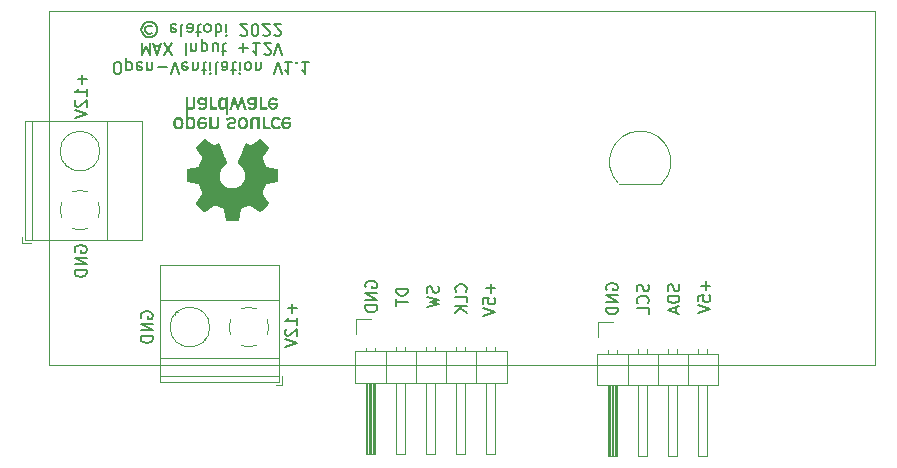
<source format=gbr>
%TF.GenerationSoftware,KiCad,Pcbnew,(6.0.7-1)-1*%
%TF.CreationDate,2022-08-20T21:08:27+02:00*%
%TF.ProjectId,Open-Ventilation,4f70656e-2d56-4656-9e74-696c6174696f,rev?*%
%TF.SameCoordinates,Original*%
%TF.FileFunction,Legend,Bot*%
%TF.FilePolarity,Positive*%
%FSLAX46Y46*%
G04 Gerber Fmt 4.6, Leading zero omitted, Abs format (unit mm)*
G04 Created by KiCad (PCBNEW (6.0.7-1)-1) date 2022-08-20 21:08:27*
%MOMM*%
%LPD*%
G01*
G04 APERTURE LIST*
%TA.AperFunction,Profile*%
%ADD10C,0.100000*%
%TD*%
%ADD11C,0.150000*%
%ADD12C,0.120000*%
G04 APERTURE END LIST*
D10*
X100250000Y-52250000D02*
X170250000Y-52250000D01*
X170250000Y-52250000D02*
X170250000Y-82250000D01*
X170250000Y-82250000D02*
X100250000Y-82250000D01*
X100250000Y-82250000D02*
X100250000Y-52250000D01*
D11*
X127100000Y-75638095D02*
X127052380Y-75542857D01*
X127052380Y-75400000D01*
X127100000Y-75257142D01*
X127195238Y-75161904D01*
X127290476Y-75114285D01*
X127480952Y-75066666D01*
X127623809Y-75066666D01*
X127814285Y-75114285D01*
X127909523Y-75161904D01*
X128004761Y-75257142D01*
X128052380Y-75400000D01*
X128052380Y-75495238D01*
X128004761Y-75638095D01*
X127957142Y-75685714D01*
X127623809Y-75685714D01*
X127623809Y-75495238D01*
X128052380Y-76114285D02*
X127052380Y-76114285D01*
X128052380Y-76685714D01*
X127052380Y-76685714D01*
X128052380Y-77161904D02*
X127052380Y-77161904D01*
X127052380Y-77400000D01*
X127100000Y-77542857D01*
X127195238Y-77638095D01*
X127290476Y-77685714D01*
X127480952Y-77733333D01*
X127623809Y-77733333D01*
X127814285Y-77685714D01*
X127909523Y-77638095D01*
X128004761Y-77542857D01*
X128052380Y-77400000D01*
X128052380Y-77161904D01*
X103071428Y-57638095D02*
X103071428Y-58400000D01*
X103452380Y-58019047D02*
X102690476Y-58019047D01*
X103452380Y-59400000D02*
X103452380Y-58828571D01*
X103452380Y-59114285D02*
X102452380Y-59114285D01*
X102595238Y-59019047D01*
X102690476Y-58923809D01*
X102738095Y-58828571D01*
X102547619Y-59780952D02*
X102500000Y-59828571D01*
X102452380Y-59923809D01*
X102452380Y-60161904D01*
X102500000Y-60257142D01*
X102547619Y-60304761D01*
X102642857Y-60352380D01*
X102738095Y-60352380D01*
X102880952Y-60304761D01*
X103452380Y-59733333D01*
X103452380Y-60352380D01*
X102452380Y-60638095D02*
X103452380Y-60971428D01*
X102452380Y-61304761D01*
X135557142Y-76004761D02*
X135604761Y-75957142D01*
X135652380Y-75814285D01*
X135652380Y-75719047D01*
X135604761Y-75576190D01*
X135509523Y-75480952D01*
X135414285Y-75433333D01*
X135223809Y-75385714D01*
X135080952Y-75385714D01*
X134890476Y-75433333D01*
X134795238Y-75480952D01*
X134700000Y-75576190D01*
X134652380Y-75719047D01*
X134652380Y-75814285D01*
X134700000Y-75957142D01*
X134747619Y-76004761D01*
X135652380Y-76909523D02*
X135652380Y-76433333D01*
X134652380Y-76433333D01*
X135652380Y-77242857D02*
X134652380Y-77242857D01*
X135652380Y-77814285D02*
X135080952Y-77385714D01*
X134652380Y-77814285D02*
X135223809Y-77242857D01*
X120871428Y-77038095D02*
X120871428Y-77800000D01*
X121252380Y-77419047D02*
X120490476Y-77419047D01*
X121252380Y-78800000D02*
X121252380Y-78228571D01*
X121252380Y-78514285D02*
X120252380Y-78514285D01*
X120395238Y-78419047D01*
X120490476Y-78323809D01*
X120538095Y-78228571D01*
X120347619Y-79180952D02*
X120300000Y-79228571D01*
X120252380Y-79323809D01*
X120252380Y-79561904D01*
X120300000Y-79657142D01*
X120347619Y-79704761D01*
X120442857Y-79752380D01*
X120538095Y-79752380D01*
X120680952Y-79704761D01*
X121252380Y-79133333D01*
X121252380Y-79752380D01*
X120252380Y-80038095D02*
X121252380Y-80371428D01*
X120252380Y-80704761D01*
X151004761Y-75409523D02*
X151052380Y-75552380D01*
X151052380Y-75790476D01*
X151004761Y-75885714D01*
X150957142Y-75933333D01*
X150861904Y-75980952D01*
X150766666Y-75980952D01*
X150671428Y-75933333D01*
X150623809Y-75885714D01*
X150576190Y-75790476D01*
X150528571Y-75600000D01*
X150480952Y-75504761D01*
X150433333Y-75457142D01*
X150338095Y-75409523D01*
X150242857Y-75409523D01*
X150147619Y-75457142D01*
X150100000Y-75504761D01*
X150052380Y-75600000D01*
X150052380Y-75838095D01*
X150100000Y-75980952D01*
X150957142Y-76980952D02*
X151004761Y-76933333D01*
X151052380Y-76790476D01*
X151052380Y-76695238D01*
X151004761Y-76552380D01*
X150909523Y-76457142D01*
X150814285Y-76409523D01*
X150623809Y-76361904D01*
X150480952Y-76361904D01*
X150290476Y-76409523D01*
X150195238Y-76457142D01*
X150100000Y-76552380D01*
X150052380Y-76695238D01*
X150052380Y-76790476D01*
X150100000Y-76933333D01*
X150147619Y-76980952D01*
X151052380Y-77885714D02*
X151052380Y-77409523D01*
X150052380Y-77409523D01*
X147500000Y-75838095D02*
X147452380Y-75742857D01*
X147452380Y-75600000D01*
X147500000Y-75457142D01*
X147595238Y-75361904D01*
X147690476Y-75314285D01*
X147880952Y-75266666D01*
X148023809Y-75266666D01*
X148214285Y-75314285D01*
X148309523Y-75361904D01*
X148404761Y-75457142D01*
X148452380Y-75600000D01*
X148452380Y-75695238D01*
X148404761Y-75838095D01*
X148357142Y-75885714D01*
X148023809Y-75885714D01*
X148023809Y-75695238D01*
X148452380Y-76314285D02*
X147452380Y-76314285D01*
X148452380Y-76885714D01*
X147452380Y-76885714D01*
X148452380Y-77361904D02*
X147452380Y-77361904D01*
X147452380Y-77600000D01*
X147500000Y-77742857D01*
X147595238Y-77838095D01*
X147690476Y-77885714D01*
X147880952Y-77933333D01*
X148023809Y-77933333D01*
X148214285Y-77885714D01*
X148309523Y-77838095D01*
X148404761Y-77742857D01*
X148452380Y-77600000D01*
X148452380Y-77361904D01*
X133204761Y-75542857D02*
X133252380Y-75685714D01*
X133252380Y-75923809D01*
X133204761Y-76019047D01*
X133157142Y-76066666D01*
X133061904Y-76114285D01*
X132966666Y-76114285D01*
X132871428Y-76066666D01*
X132823809Y-76019047D01*
X132776190Y-75923809D01*
X132728571Y-75733333D01*
X132680952Y-75638095D01*
X132633333Y-75590476D01*
X132538095Y-75542857D01*
X132442857Y-75542857D01*
X132347619Y-75590476D01*
X132300000Y-75638095D01*
X132252380Y-75733333D01*
X132252380Y-75971428D01*
X132300000Y-76114285D01*
X132252380Y-76447619D02*
X133252380Y-76685714D01*
X132538095Y-76876190D01*
X133252380Y-77066666D01*
X132252380Y-77304761D01*
X130652380Y-75757142D02*
X129652380Y-75757142D01*
X129652380Y-75995238D01*
X129700000Y-76138095D01*
X129795238Y-76233333D01*
X129890476Y-76280952D01*
X130080952Y-76328571D01*
X130223809Y-76328571D01*
X130414285Y-76280952D01*
X130509523Y-76233333D01*
X130604761Y-76138095D01*
X130652380Y-75995238D01*
X130652380Y-75757142D01*
X129652380Y-76614285D02*
X129652380Y-77185714D01*
X130652380Y-76900000D02*
X129652380Y-76900000D01*
X153604761Y-75385714D02*
X153652380Y-75528571D01*
X153652380Y-75766666D01*
X153604761Y-75861904D01*
X153557142Y-75909523D01*
X153461904Y-75957142D01*
X153366666Y-75957142D01*
X153271428Y-75909523D01*
X153223809Y-75861904D01*
X153176190Y-75766666D01*
X153128571Y-75576190D01*
X153080952Y-75480952D01*
X153033333Y-75433333D01*
X152938095Y-75385714D01*
X152842857Y-75385714D01*
X152747619Y-75433333D01*
X152700000Y-75480952D01*
X152652380Y-75576190D01*
X152652380Y-75814285D01*
X152700000Y-75957142D01*
X153652380Y-76385714D02*
X152652380Y-76385714D01*
X152652380Y-76623809D01*
X152700000Y-76766666D01*
X152795238Y-76861904D01*
X152890476Y-76909523D01*
X153080952Y-76957142D01*
X153223809Y-76957142D01*
X153414285Y-76909523D01*
X153509523Y-76861904D01*
X153604761Y-76766666D01*
X153652380Y-76623809D01*
X153652380Y-76385714D01*
X153366666Y-77338095D02*
X153366666Y-77814285D01*
X153652380Y-77242857D02*
X152652380Y-77576190D01*
X153652380Y-77909523D01*
X137671428Y-75314285D02*
X137671428Y-76076190D01*
X138052380Y-75695238D02*
X137290476Y-75695238D01*
X137052380Y-77028571D02*
X137052380Y-76552380D01*
X137528571Y-76504761D01*
X137480952Y-76552380D01*
X137433333Y-76647619D01*
X137433333Y-76885714D01*
X137480952Y-76980952D01*
X137528571Y-77028571D01*
X137623809Y-77076190D01*
X137861904Y-77076190D01*
X137957142Y-77028571D01*
X138004761Y-76980952D01*
X138052380Y-76885714D01*
X138052380Y-76647619D01*
X138004761Y-76552380D01*
X137957142Y-76504761D01*
X137052380Y-77361904D02*
X138052380Y-77695238D01*
X137052380Y-78028571D01*
X105976190Y-57557619D02*
X106166666Y-57557619D01*
X106261904Y-57510000D01*
X106357142Y-57414761D01*
X106404761Y-57224285D01*
X106404761Y-56890952D01*
X106357142Y-56700476D01*
X106261904Y-56605238D01*
X106166666Y-56557619D01*
X105976190Y-56557619D01*
X105880952Y-56605238D01*
X105785714Y-56700476D01*
X105738095Y-56890952D01*
X105738095Y-57224285D01*
X105785714Y-57414761D01*
X105880952Y-57510000D01*
X105976190Y-57557619D01*
X106833333Y-57224285D02*
X106833333Y-56224285D01*
X106833333Y-57176666D02*
X106928571Y-57224285D01*
X107119047Y-57224285D01*
X107214285Y-57176666D01*
X107261904Y-57129047D01*
X107309523Y-57033809D01*
X107309523Y-56748095D01*
X107261904Y-56652857D01*
X107214285Y-56605238D01*
X107119047Y-56557619D01*
X106928571Y-56557619D01*
X106833333Y-56605238D01*
X108119047Y-56605238D02*
X108023809Y-56557619D01*
X107833333Y-56557619D01*
X107738095Y-56605238D01*
X107690476Y-56700476D01*
X107690476Y-57081428D01*
X107738095Y-57176666D01*
X107833333Y-57224285D01*
X108023809Y-57224285D01*
X108119047Y-57176666D01*
X108166666Y-57081428D01*
X108166666Y-56986190D01*
X107690476Y-56890952D01*
X108595238Y-57224285D02*
X108595238Y-56557619D01*
X108595238Y-57129047D02*
X108642857Y-57176666D01*
X108738095Y-57224285D01*
X108880952Y-57224285D01*
X108976190Y-57176666D01*
X109023809Y-57081428D01*
X109023809Y-56557619D01*
X109500000Y-56938571D02*
X110261904Y-56938571D01*
X110595238Y-57557619D02*
X110928571Y-56557619D01*
X111261904Y-57557619D01*
X111976190Y-56605238D02*
X111880952Y-56557619D01*
X111690476Y-56557619D01*
X111595238Y-56605238D01*
X111547619Y-56700476D01*
X111547619Y-57081428D01*
X111595238Y-57176666D01*
X111690476Y-57224285D01*
X111880952Y-57224285D01*
X111976190Y-57176666D01*
X112023809Y-57081428D01*
X112023809Y-56986190D01*
X111547619Y-56890952D01*
X112452380Y-57224285D02*
X112452380Y-56557619D01*
X112452380Y-57129047D02*
X112500000Y-57176666D01*
X112595238Y-57224285D01*
X112738095Y-57224285D01*
X112833333Y-57176666D01*
X112880952Y-57081428D01*
X112880952Y-56557619D01*
X113214285Y-57224285D02*
X113595238Y-57224285D01*
X113357142Y-57557619D02*
X113357142Y-56700476D01*
X113404761Y-56605238D01*
X113500000Y-56557619D01*
X113595238Y-56557619D01*
X113928571Y-56557619D02*
X113928571Y-57224285D01*
X113928571Y-57557619D02*
X113880952Y-57510000D01*
X113928571Y-57462380D01*
X113976190Y-57510000D01*
X113928571Y-57557619D01*
X113928571Y-57462380D01*
X114547619Y-56557619D02*
X114452380Y-56605238D01*
X114404761Y-56700476D01*
X114404761Y-57557619D01*
X115357142Y-56557619D02*
X115357142Y-57081428D01*
X115309523Y-57176666D01*
X115214285Y-57224285D01*
X115023809Y-57224285D01*
X114928571Y-57176666D01*
X115357142Y-56605238D02*
X115261904Y-56557619D01*
X115023809Y-56557619D01*
X114928571Y-56605238D01*
X114880952Y-56700476D01*
X114880952Y-56795714D01*
X114928571Y-56890952D01*
X115023809Y-56938571D01*
X115261904Y-56938571D01*
X115357142Y-56986190D01*
X115690476Y-57224285D02*
X116071428Y-57224285D01*
X115833333Y-57557619D02*
X115833333Y-56700476D01*
X115880952Y-56605238D01*
X115976190Y-56557619D01*
X116071428Y-56557619D01*
X116404761Y-56557619D02*
X116404761Y-57224285D01*
X116404761Y-57557619D02*
X116357142Y-57510000D01*
X116404761Y-57462380D01*
X116452380Y-57510000D01*
X116404761Y-57557619D01*
X116404761Y-57462380D01*
X117023809Y-56557619D02*
X116928571Y-56605238D01*
X116880952Y-56652857D01*
X116833333Y-56748095D01*
X116833333Y-57033809D01*
X116880952Y-57129047D01*
X116928571Y-57176666D01*
X117023809Y-57224285D01*
X117166666Y-57224285D01*
X117261904Y-57176666D01*
X117309523Y-57129047D01*
X117357142Y-57033809D01*
X117357142Y-56748095D01*
X117309523Y-56652857D01*
X117261904Y-56605238D01*
X117166666Y-56557619D01*
X117023809Y-56557619D01*
X117785714Y-57224285D02*
X117785714Y-56557619D01*
X117785714Y-57129047D02*
X117833333Y-57176666D01*
X117928571Y-57224285D01*
X118071428Y-57224285D01*
X118166666Y-57176666D01*
X118214285Y-57081428D01*
X118214285Y-56557619D01*
X119309523Y-57557619D02*
X119642857Y-56557619D01*
X119976190Y-57557619D01*
X120833333Y-56557619D02*
X120261904Y-56557619D01*
X120547619Y-56557619D02*
X120547619Y-57557619D01*
X120452380Y-57414761D01*
X120357142Y-57319523D01*
X120261904Y-57271904D01*
X121261904Y-56652857D02*
X121309523Y-56605238D01*
X121261904Y-56557619D01*
X121214285Y-56605238D01*
X121261904Y-56652857D01*
X121261904Y-56557619D01*
X122261904Y-56557619D02*
X121690476Y-56557619D01*
X121976190Y-56557619D02*
X121976190Y-57557619D01*
X121880952Y-57414761D01*
X121785714Y-57319523D01*
X121690476Y-57271904D01*
X108119047Y-54947619D02*
X108119047Y-55947619D01*
X108452380Y-55233333D01*
X108785714Y-55947619D01*
X108785714Y-54947619D01*
X109214285Y-55233333D02*
X109690476Y-55233333D01*
X109119047Y-54947619D02*
X109452380Y-55947619D01*
X109785714Y-54947619D01*
X110023809Y-55947619D02*
X110690476Y-54947619D01*
X110690476Y-55947619D02*
X110023809Y-54947619D01*
X111833333Y-54947619D02*
X111833333Y-55947619D01*
X112309523Y-55614285D02*
X112309523Y-54947619D01*
X112309523Y-55519047D02*
X112357142Y-55566666D01*
X112452380Y-55614285D01*
X112595238Y-55614285D01*
X112690476Y-55566666D01*
X112738095Y-55471428D01*
X112738095Y-54947619D01*
X113214285Y-55614285D02*
X113214285Y-54614285D01*
X113214285Y-55566666D02*
X113309523Y-55614285D01*
X113499999Y-55614285D01*
X113595238Y-55566666D01*
X113642857Y-55519047D01*
X113690476Y-55423809D01*
X113690476Y-55138095D01*
X113642857Y-55042857D01*
X113595238Y-54995238D01*
X113499999Y-54947619D01*
X113309523Y-54947619D01*
X113214285Y-54995238D01*
X114547619Y-55614285D02*
X114547619Y-54947619D01*
X114119047Y-55614285D02*
X114119047Y-55090476D01*
X114166666Y-54995238D01*
X114261904Y-54947619D01*
X114404761Y-54947619D01*
X114500000Y-54995238D01*
X114547619Y-55042857D01*
X114880952Y-55614285D02*
X115261904Y-55614285D01*
X115023809Y-55947619D02*
X115023809Y-55090476D01*
X115071428Y-54995238D01*
X115166666Y-54947619D01*
X115261904Y-54947619D01*
X116357142Y-55328571D02*
X117119047Y-55328571D01*
X116738095Y-54947619D02*
X116738095Y-55709523D01*
X118119047Y-54947619D02*
X117547619Y-54947619D01*
X117833333Y-54947619D02*
X117833333Y-55947619D01*
X117738095Y-55804761D01*
X117642857Y-55709523D01*
X117547619Y-55661904D01*
X118499999Y-55852380D02*
X118547619Y-55900000D01*
X118642857Y-55947619D01*
X118880952Y-55947619D01*
X118976190Y-55900000D01*
X119023809Y-55852380D01*
X119071428Y-55757142D01*
X119071428Y-55661904D01*
X119023809Y-55519047D01*
X118452380Y-54947619D01*
X119071428Y-54947619D01*
X119357142Y-55947619D02*
X119690476Y-54947619D01*
X120023809Y-55947619D01*
X108952380Y-54099523D02*
X108857142Y-54147142D01*
X108666666Y-54147142D01*
X108571428Y-54099523D01*
X108476190Y-54004285D01*
X108428571Y-53909047D01*
X108428571Y-53718571D01*
X108476190Y-53623333D01*
X108571428Y-53528095D01*
X108666666Y-53480476D01*
X108857142Y-53480476D01*
X108952380Y-53528095D01*
X108761904Y-54480476D02*
X108523809Y-54432857D01*
X108285714Y-54290000D01*
X108142857Y-54051904D01*
X108095238Y-53813809D01*
X108142857Y-53575714D01*
X108285714Y-53337619D01*
X108523809Y-53194761D01*
X108761904Y-53147142D01*
X109000000Y-53194761D01*
X109238095Y-53337619D01*
X109380952Y-53575714D01*
X109428571Y-53813809D01*
X109380952Y-54051904D01*
X109238095Y-54290000D01*
X109000000Y-54432857D01*
X108761904Y-54480476D01*
X111000000Y-53385238D02*
X110904761Y-53337619D01*
X110714285Y-53337619D01*
X110619047Y-53385238D01*
X110571428Y-53480476D01*
X110571428Y-53861428D01*
X110619047Y-53956666D01*
X110714285Y-54004285D01*
X110904761Y-54004285D01*
X111000000Y-53956666D01*
X111047619Y-53861428D01*
X111047619Y-53766190D01*
X110571428Y-53670952D01*
X111619047Y-53337619D02*
X111523809Y-53385238D01*
X111476190Y-53480476D01*
X111476190Y-54337619D01*
X112428571Y-53337619D02*
X112428571Y-53861428D01*
X112380952Y-53956666D01*
X112285714Y-54004285D01*
X112095238Y-54004285D01*
X112000000Y-53956666D01*
X112428571Y-53385238D02*
X112333333Y-53337619D01*
X112095238Y-53337619D01*
X112000000Y-53385238D01*
X111952380Y-53480476D01*
X111952380Y-53575714D01*
X112000000Y-53670952D01*
X112095238Y-53718571D01*
X112333333Y-53718571D01*
X112428571Y-53766190D01*
X112761904Y-54004285D02*
X113142857Y-54004285D01*
X112904761Y-54337619D02*
X112904761Y-53480476D01*
X112952380Y-53385238D01*
X113047619Y-53337619D01*
X113142857Y-53337619D01*
X113619047Y-53337619D02*
X113523809Y-53385238D01*
X113476190Y-53432857D01*
X113428571Y-53528095D01*
X113428571Y-53813809D01*
X113476190Y-53909047D01*
X113523809Y-53956666D01*
X113619047Y-54004285D01*
X113761904Y-54004285D01*
X113857142Y-53956666D01*
X113904761Y-53909047D01*
X113952380Y-53813809D01*
X113952380Y-53528095D01*
X113904761Y-53432857D01*
X113857142Y-53385238D01*
X113761904Y-53337619D01*
X113619047Y-53337619D01*
X114380952Y-53337619D02*
X114380952Y-54337619D01*
X114380952Y-53956666D02*
X114476190Y-54004285D01*
X114666666Y-54004285D01*
X114761904Y-53956666D01*
X114809523Y-53909047D01*
X114857142Y-53813809D01*
X114857142Y-53528095D01*
X114809523Y-53432857D01*
X114761904Y-53385238D01*
X114666666Y-53337619D01*
X114476190Y-53337619D01*
X114380952Y-53385238D01*
X115285714Y-53337619D02*
X115285714Y-54004285D01*
X115285714Y-54337619D02*
X115238095Y-54290000D01*
X115285714Y-54242380D01*
X115333333Y-54290000D01*
X115285714Y-54337619D01*
X115285714Y-54242380D01*
X116476190Y-54242380D02*
X116523809Y-54290000D01*
X116619047Y-54337619D01*
X116857142Y-54337619D01*
X116952380Y-54290000D01*
X117000000Y-54242380D01*
X117047619Y-54147142D01*
X117047619Y-54051904D01*
X117000000Y-53909047D01*
X116428571Y-53337619D01*
X117047619Y-53337619D01*
X117666666Y-54337619D02*
X117761904Y-54337619D01*
X117857142Y-54290000D01*
X117904761Y-54242380D01*
X117952380Y-54147142D01*
X118000000Y-53956666D01*
X118000000Y-53718571D01*
X117952380Y-53528095D01*
X117904761Y-53432857D01*
X117857142Y-53385238D01*
X117761904Y-53337619D01*
X117666666Y-53337619D01*
X117571428Y-53385238D01*
X117523809Y-53432857D01*
X117476190Y-53528095D01*
X117428571Y-53718571D01*
X117428571Y-53956666D01*
X117476190Y-54147142D01*
X117523809Y-54242380D01*
X117571428Y-54290000D01*
X117666666Y-54337619D01*
X118380952Y-54242380D02*
X118428571Y-54290000D01*
X118523809Y-54337619D01*
X118761904Y-54337619D01*
X118857142Y-54290000D01*
X118904761Y-54242380D01*
X118952380Y-54147142D01*
X118952380Y-54051904D01*
X118904761Y-53909047D01*
X118333333Y-53337619D01*
X118952380Y-53337619D01*
X119333333Y-54242380D02*
X119380952Y-54290000D01*
X119476190Y-54337619D01*
X119714285Y-54337619D01*
X119809523Y-54290000D01*
X119857142Y-54242380D01*
X119904761Y-54147142D01*
X119904761Y-54051904D01*
X119857142Y-53909047D01*
X119285714Y-53337619D01*
X119904761Y-53337619D01*
X155871428Y-75114285D02*
X155871428Y-75876190D01*
X156252380Y-75495238D02*
X155490476Y-75495238D01*
X155252380Y-76828571D02*
X155252380Y-76352380D01*
X155728571Y-76304761D01*
X155680952Y-76352380D01*
X155633333Y-76447619D01*
X155633333Y-76685714D01*
X155680952Y-76780952D01*
X155728571Y-76828571D01*
X155823809Y-76876190D01*
X156061904Y-76876190D01*
X156157142Y-76828571D01*
X156204761Y-76780952D01*
X156252380Y-76685714D01*
X156252380Y-76447619D01*
X156204761Y-76352380D01*
X156157142Y-76304761D01*
X155252380Y-77161904D02*
X156252380Y-77495238D01*
X155252380Y-77828571D01*
X102500000Y-72638095D02*
X102452380Y-72542857D01*
X102452380Y-72400000D01*
X102500000Y-72257142D01*
X102595238Y-72161904D01*
X102690476Y-72114285D01*
X102880952Y-72066666D01*
X103023809Y-72066666D01*
X103214285Y-72114285D01*
X103309523Y-72161904D01*
X103404761Y-72257142D01*
X103452380Y-72400000D01*
X103452380Y-72495238D01*
X103404761Y-72638095D01*
X103357142Y-72685714D01*
X103023809Y-72685714D01*
X103023809Y-72495238D01*
X103452380Y-73114285D02*
X102452380Y-73114285D01*
X103452380Y-73685714D01*
X102452380Y-73685714D01*
X103452380Y-74161904D02*
X102452380Y-74161904D01*
X102452380Y-74400000D01*
X102500000Y-74542857D01*
X102595238Y-74638095D01*
X102690476Y-74685714D01*
X102880952Y-74733333D01*
X103023809Y-74733333D01*
X103214285Y-74685714D01*
X103309523Y-74638095D01*
X103404761Y-74542857D01*
X103452380Y-74400000D01*
X103452380Y-74161904D01*
X108100000Y-78238095D02*
X108052380Y-78142857D01*
X108052380Y-78000000D01*
X108100000Y-77857142D01*
X108195238Y-77761904D01*
X108290476Y-77714285D01*
X108480952Y-77666666D01*
X108623809Y-77666666D01*
X108814285Y-77714285D01*
X108909523Y-77761904D01*
X109004761Y-77857142D01*
X109052380Y-78000000D01*
X109052380Y-78095238D01*
X109004761Y-78238095D01*
X108957142Y-78285714D01*
X108623809Y-78285714D01*
X108623809Y-78095238D01*
X109052380Y-78714285D02*
X108052380Y-78714285D01*
X109052380Y-79285714D01*
X108052380Y-79285714D01*
X109052380Y-79761904D02*
X108052380Y-79761904D01*
X108052380Y-80000000D01*
X108100000Y-80142857D01*
X108195238Y-80238095D01*
X108290476Y-80285714D01*
X108480952Y-80333333D01*
X108623809Y-80333333D01*
X108814285Y-80285714D01*
X108909523Y-80238095D01*
X109004761Y-80142857D01*
X109052380Y-80000000D01*
X109052380Y-79761904D01*
D12*
%TO.C,J3*%
X98795000Y-71660000D02*
X98795000Y-61540000D01*
X98235000Y-71660000D02*
X98235000Y-61540000D01*
X105196000Y-71660000D02*
X105196000Y-61540000D01*
X104170000Y-63030000D02*
X104134000Y-63065000D01*
X98735000Y-71900000D02*
X97995000Y-71900000D01*
X101656000Y-65134000D02*
X101621000Y-65169000D01*
X108156000Y-71660000D02*
X108156000Y-61540000D01*
X100295000Y-71660000D02*
X100295000Y-61540000D01*
X97995000Y-71900000D02*
X97995000Y-71400000D01*
X101872000Y-65327000D02*
X101826000Y-65374000D01*
X103964000Y-62825000D02*
X103918000Y-62872000D01*
X108156000Y-71660000D02*
X98235000Y-71660000D01*
X108156000Y-61540000D02*
X98235000Y-61540000D01*
X104430427Y-69783042D02*
G75*
G03*
X104430000Y-68416000I-1535420J683041D01*
G01*
X101360244Y-68416682D02*
G75*
G03*
X101215000Y-69100000I1534756J-683318D01*
G01*
X101214747Y-69071195D02*
G75*
G03*
X101360000Y-69784000I1680254J-28806D01*
G01*
X102211958Y-70635427D02*
G75*
G03*
X103579000Y-70635000I683041J1535420D01*
G01*
X103578042Y-67564573D02*
G75*
G03*
X102211000Y-67565000I-683041J-1535431D01*
G01*
X104575000Y-64100000D02*
G75*
G03*
X104575000Y-64100000I-1680000J0D01*
G01*
%TO.C,J2*%
X135525000Y-80667929D02*
X135525000Y-81065000D01*
X127805000Y-83725000D02*
X127805000Y-89725000D01*
X127445000Y-83725000D02*
X127445000Y-89725000D01*
X127905000Y-89725000D02*
X127905000Y-83725000D01*
X134765000Y-89725000D02*
X135525000Y-89725000D01*
X127205000Y-83725000D02*
X127205000Y-89725000D01*
X138065000Y-89725000D02*
X138065000Y-83725000D01*
X134765000Y-80667929D02*
X134765000Y-81065000D01*
X129685000Y-80667929D02*
X129685000Y-81065000D01*
X127145000Y-80735000D02*
X127145000Y-81065000D01*
X139015000Y-83725000D02*
X126195000Y-83725000D01*
X134765000Y-83725000D02*
X134765000Y-89725000D01*
X127145000Y-83725000D02*
X127145000Y-89725000D01*
X127145000Y-89725000D02*
X127905000Y-89725000D01*
X127905000Y-80735000D02*
X127905000Y-81065000D01*
X129685000Y-83725000D02*
X129685000Y-89725000D01*
X132225000Y-83725000D02*
X132225000Y-89725000D01*
X127685000Y-83725000D02*
X127685000Y-89725000D01*
X131335000Y-81065000D02*
X131335000Y-83725000D01*
X136415000Y-81065000D02*
X136415000Y-83725000D01*
X127565000Y-83725000D02*
X127565000Y-89725000D01*
X130445000Y-89725000D02*
X130445000Y-83725000D01*
X137305000Y-83725000D02*
X137305000Y-89725000D01*
X127525000Y-78355000D02*
X126255000Y-78355000D01*
X129685000Y-89725000D02*
X130445000Y-89725000D01*
X137305000Y-89725000D02*
X138065000Y-89725000D01*
X139015000Y-81065000D02*
X139015000Y-83725000D01*
X126255000Y-78355000D02*
X126255000Y-79625000D01*
X127325000Y-83725000D02*
X127325000Y-89725000D01*
X132225000Y-89725000D02*
X132985000Y-89725000D01*
X130445000Y-80667929D02*
X130445000Y-81065000D01*
X137305000Y-80667929D02*
X137305000Y-81065000D01*
X128795000Y-81065000D02*
X128795000Y-83725000D01*
X138065000Y-80667929D02*
X138065000Y-81065000D01*
X132985000Y-89725000D02*
X132985000Y-83725000D01*
X126195000Y-81065000D02*
X139015000Y-81065000D01*
X126195000Y-83725000D02*
X126195000Y-81065000D01*
X132985000Y-80667929D02*
X132985000Y-81065000D01*
X132225000Y-80667929D02*
X132225000Y-81065000D01*
X133875000Y-81065000D02*
X133875000Y-83725000D01*
X135525000Y-89725000D02*
X135525000Y-83725000D01*
%TO.C,J4*%
X113427000Y-80023000D02*
X113474000Y-80069000D01*
X119760000Y-73739000D02*
X109640000Y-73739000D01*
X120000000Y-83900000D02*
X119500000Y-83900000D01*
X109640000Y-73739000D02*
X109640000Y-83660000D01*
X120000000Y-83160000D02*
X120000000Y-83900000D01*
X110925000Y-77931000D02*
X110972000Y-77977000D01*
X119760000Y-83660000D02*
X109640000Y-83660000D01*
X119760000Y-73739000D02*
X119760000Y-83660000D01*
X119760000Y-83100000D02*
X109640000Y-83100000D01*
X119760000Y-76699000D02*
X109640000Y-76699000D01*
X111130000Y-77725000D02*
X111165000Y-77761000D01*
X119760000Y-81600000D02*
X109640000Y-81600000D01*
X113234000Y-80239000D02*
X113269000Y-80274000D01*
X115664573Y-78316958D02*
G75*
G03*
X115665000Y-79684000I1535431J-683041D01*
G01*
X117171195Y-80680253D02*
G75*
G03*
X117884000Y-80535000I28806J1680254D01*
G01*
X118735427Y-79683042D02*
G75*
G03*
X118735000Y-78316000I-1535420J683041D01*
G01*
X117883042Y-77464573D02*
G75*
G03*
X116516000Y-77465000I-683041J-1535420D01*
G01*
X116516682Y-80534756D02*
G75*
G03*
X117200000Y-80680000I683318J1534756D01*
G01*
X113880000Y-79000000D02*
G75*
G03*
X113880000Y-79000000I-1680000J0D01*
G01*
%TO.C,G\u002A\u002A\u002A*%
G36*
X120441889Y-61189437D02*
G01*
X120505581Y-61197945D01*
X120567980Y-61215243D01*
X120631132Y-61241670D01*
X120645567Y-61249095D01*
X120672913Y-61265080D01*
X120700573Y-61283313D01*
X120726667Y-61302389D01*
X120749316Y-61320902D01*
X120766641Y-61337446D01*
X120776764Y-61350617D01*
X120777178Y-61351534D01*
X120777206Y-61355953D01*
X120773825Y-61362064D01*
X120766122Y-61370820D01*
X120753183Y-61383175D01*
X120734096Y-61400082D01*
X120707948Y-61422495D01*
X120707147Y-61423176D01*
X120683972Y-61442741D01*
X120663539Y-61459756D01*
X120647110Y-61473187D01*
X120635948Y-61482003D01*
X120631314Y-61485171D01*
X120631054Y-61485117D01*
X120625097Y-61481379D01*
X120613741Y-61472916D01*
X120599189Y-61461361D01*
X120580300Y-61447139D01*
X120533525Y-61420057D01*
X120483238Y-61400953D01*
X120431441Y-61390486D01*
X120380137Y-61389315D01*
X120373682Y-61389851D01*
X120322582Y-61399011D01*
X120277402Y-61416147D01*
X120238641Y-61440772D01*
X120206802Y-61472402D01*
X120182385Y-61510553D01*
X120165891Y-61554739D01*
X120157822Y-61604474D01*
X120155019Y-61644242D01*
X120804055Y-61644242D01*
X120801813Y-61773808D01*
X120801691Y-61780780D01*
X120800946Y-61819648D01*
X120800143Y-61850152D01*
X120799130Y-61873929D01*
X120797757Y-61892620D01*
X120795871Y-61907863D01*
X120793322Y-61921298D01*
X120789959Y-61934565D01*
X120785631Y-61949302D01*
X120776294Y-61977212D01*
X120748718Y-62038624D01*
X120713619Y-62093195D01*
X120671161Y-62140730D01*
X120621508Y-62181032D01*
X120564823Y-62213903D01*
X120522959Y-62231138D01*
X120463913Y-62247026D01*
X120402349Y-62255100D01*
X120340418Y-62255249D01*
X120280277Y-62247362D01*
X120224077Y-62231331D01*
X120207428Y-62224646D01*
X120151786Y-62195462D01*
X120102199Y-62158211D01*
X120058925Y-62113239D01*
X120022218Y-62060896D01*
X119992334Y-62001530D01*
X119969528Y-61935489D01*
X119954057Y-61863123D01*
X119951632Y-61846599D01*
X119951073Y-61840719D01*
X120156485Y-61840719D01*
X120158686Y-61867118D01*
X120168033Y-61905173D01*
X120183437Y-61942803D01*
X120203510Y-61976787D01*
X120226863Y-62003904D01*
X120259246Y-62027833D01*
X120298863Y-62045873D01*
X120341876Y-62055926D01*
X120386433Y-62057751D01*
X120430684Y-62051110D01*
X120472779Y-62035762D01*
X120498050Y-62019786D01*
X120524679Y-61995961D01*
X120547957Y-61968235D01*
X120564879Y-61939741D01*
X120571289Y-61923644D01*
X120579102Y-61899040D01*
X120585878Y-61872796D01*
X120590676Y-61848627D01*
X120592558Y-61830252D01*
X120592647Y-61818707D01*
X120156485Y-61818707D01*
X120156485Y-61840719D01*
X119951073Y-61840719D01*
X119948980Y-61818707D01*
X119943846Y-61764714D01*
X119943193Y-61684989D01*
X119949497Y-61608440D01*
X119962586Y-61536084D01*
X119982287Y-61468936D01*
X120008427Y-61408015D01*
X120040830Y-61354336D01*
X120060739Y-61329049D01*
X120103224Y-61287573D01*
X120152780Y-61252762D01*
X120208580Y-61225071D01*
X120269795Y-61204952D01*
X120335597Y-61192859D01*
X120374858Y-61189382D01*
X120441889Y-61189437D01*
G37*
G36*
X114065678Y-61535202D02*
G01*
X114065700Y-61578935D01*
X114065805Y-61642977D01*
X114066006Y-61697896D01*
X114066318Y-61744401D01*
X114066755Y-61783201D01*
X114067330Y-61815004D01*
X114068058Y-61840520D01*
X114068952Y-61860457D01*
X114070027Y-61875523D01*
X114071296Y-61886428D01*
X114072774Y-61893879D01*
X114072896Y-61894334D01*
X114089336Y-61937355D01*
X114113656Y-61974628D01*
X114145057Y-62005176D01*
X114182738Y-62028024D01*
X114196995Y-62033514D01*
X114229657Y-62041040D01*
X114265918Y-62044358D01*
X114301884Y-62043225D01*
X114333660Y-62037401D01*
X114344687Y-62033788D01*
X114382161Y-62014886D01*
X114415032Y-61987737D01*
X114442021Y-61953575D01*
X114461850Y-61913636D01*
X114464106Y-61907435D01*
X114466067Y-61901239D01*
X114467737Y-61894315D01*
X114469144Y-61885870D01*
X114470316Y-61875108D01*
X114471282Y-61861235D01*
X114472069Y-61843456D01*
X114472706Y-61820977D01*
X114473220Y-61793003D01*
X114473640Y-61758740D01*
X114473993Y-61717392D01*
X114474308Y-61668166D01*
X114474613Y-61610266D01*
X114474935Y-61542899D01*
X114476535Y-61202949D01*
X114686506Y-61202949D01*
X114686506Y-61570054D01*
X114686504Y-61624283D01*
X114686466Y-61692232D01*
X114686330Y-61751263D01*
X114686033Y-61802161D01*
X114685514Y-61845712D01*
X114684709Y-61882702D01*
X114683557Y-61913915D01*
X114681995Y-61940138D01*
X114679960Y-61962156D01*
X114677392Y-61980754D01*
X114674226Y-61996718D01*
X114670401Y-62010833D01*
X114665854Y-62023884D01*
X114660524Y-62036658D01*
X114654347Y-62049940D01*
X114647262Y-62064515D01*
X114636486Y-62085483D01*
X114622468Y-62108306D01*
X114606142Y-62129021D01*
X114584548Y-62151747D01*
X114568841Y-62166647D01*
X114521624Y-62203136D01*
X114471336Y-62229976D01*
X114417492Y-62247341D01*
X114359607Y-62255405D01*
X114297195Y-62254339D01*
X114247189Y-62246584D01*
X114193387Y-62229136D01*
X114143936Y-62202455D01*
X114098417Y-62166354D01*
X114065617Y-62135671D01*
X114065617Y-62244606D01*
X113855233Y-62244606D01*
X113855233Y-61202949D01*
X114065617Y-61202949D01*
X114065678Y-61535202D01*
G37*
G36*
X117646145Y-61189425D02*
G01*
X117672718Y-61190801D01*
X117700433Y-61193300D01*
X117726093Y-61196680D01*
X117746500Y-61200701D01*
X117746561Y-61200717D01*
X117797221Y-61218549D01*
X117845525Y-61245009D01*
X117888522Y-61278483D01*
X117924364Y-61311668D01*
X117924364Y-61202949D01*
X118134748Y-61202949D01*
X118134748Y-62244606D01*
X117924364Y-62244606D01*
X117924364Y-61922275D01*
X117924304Y-61861014D01*
X117924058Y-61791580D01*
X117923626Y-61731025D01*
X117923012Y-61679579D01*
X117922219Y-61637473D01*
X117921250Y-61604937D01*
X117920111Y-61582202D01*
X117918803Y-61569498D01*
X117917130Y-61561161D01*
X117902726Y-61517192D01*
X117880610Y-61479322D01*
X117851669Y-61448181D01*
X117816788Y-61424398D01*
X117776851Y-61408603D01*
X117732745Y-61401425D01*
X117685354Y-61403494D01*
X117663947Y-61407696D01*
X117622871Y-61423061D01*
X117586866Y-61446663D01*
X117556935Y-61477573D01*
X117534079Y-61514861D01*
X117519298Y-61557598D01*
X117518808Y-61560741D01*
X117517766Y-61575057D01*
X117516833Y-61598885D01*
X117516018Y-61631702D01*
X117515329Y-61672987D01*
X117514773Y-61722216D01*
X117514359Y-61778868D01*
X117514093Y-61842421D01*
X117513985Y-61912353D01*
X117513859Y-62244606D01*
X117303475Y-62244606D01*
X117303475Y-61868275D01*
X117303485Y-61801746D01*
X117303529Y-61739067D01*
X117303626Y-61685176D01*
X117303793Y-61639306D01*
X117304050Y-61600690D01*
X117304413Y-61568563D01*
X117304903Y-61542158D01*
X117305537Y-61520709D01*
X117306333Y-61503450D01*
X117307310Y-61489615D01*
X117308485Y-61478436D01*
X117309878Y-61469150D01*
X117311506Y-61460988D01*
X117313388Y-61453185D01*
X117314156Y-61450233D01*
X117334109Y-61393656D01*
X117362306Y-61342919D01*
X117398300Y-61298413D01*
X117441647Y-61260530D01*
X117491902Y-61229664D01*
X117548619Y-61206206D01*
X117611354Y-61190549D01*
X117623910Y-61189411D01*
X117646145Y-61189425D01*
G37*
G36*
X118577152Y-61548030D02*
G01*
X118577177Y-61553910D01*
X118577466Y-61621022D01*
X118577744Y-61678716D01*
X118578037Y-61727773D01*
X118578372Y-61768973D01*
X118578776Y-61803098D01*
X118579275Y-61830929D01*
X118579896Y-61853247D01*
X118580666Y-61870832D01*
X118581611Y-61884467D01*
X118582759Y-61894931D01*
X118584136Y-61903006D01*
X118585768Y-61909472D01*
X118587683Y-61915112D01*
X118589908Y-61920705D01*
X118597901Y-61938262D01*
X118622176Y-61976042D01*
X118652687Y-62005727D01*
X118689171Y-62027144D01*
X118731365Y-62040121D01*
X118779006Y-62044484D01*
X118779254Y-62044484D01*
X118818606Y-62041302D01*
X118854199Y-62031059D01*
X118890025Y-62012610D01*
X118898141Y-62007731D01*
X118909980Y-62001748D01*
X118917279Y-62000738D01*
X118922604Y-62004025D01*
X118923406Y-62004872D01*
X118930291Y-62012654D01*
X118942392Y-62026667D01*
X118958609Y-62045625D01*
X118977840Y-62068242D01*
X118998984Y-62093232D01*
X119068285Y-62175333D01*
X119054355Y-62186903D01*
X119053017Y-62187991D01*
X119034265Y-62200703D01*
X119009319Y-62214585D01*
X118981499Y-62228019D01*
X118954130Y-62239392D01*
X118930533Y-62247089D01*
X118921532Y-62249091D01*
X118893363Y-62252959D01*
X118860411Y-62255060D01*
X118826385Y-62255325D01*
X118794997Y-62253685D01*
X118769955Y-62250071D01*
X118755233Y-62246459D01*
X118699088Y-62226410D01*
X118648078Y-62197748D01*
X118602980Y-62160889D01*
X118576041Y-62134633D01*
X118576041Y-62244606D01*
X118365657Y-62244606D01*
X118365657Y-61202949D01*
X118575697Y-61202949D01*
X118577152Y-61548030D01*
G37*
G36*
X112825658Y-59800842D02*
G01*
X112832791Y-59768747D01*
X112834087Y-59764704D01*
X112855785Y-59714459D01*
X112885794Y-59669695D01*
X112923512Y-59630855D01*
X112968335Y-59598381D01*
X113019662Y-59572715D01*
X113076889Y-59554301D01*
X113139415Y-59543580D01*
X113148742Y-59543029D01*
X113167975Y-59542740D01*
X113191994Y-59542967D01*
X113217664Y-59543704D01*
X113269893Y-59548022D01*
X113322204Y-59558368D01*
X113366087Y-59574480D01*
X113401589Y-59596375D01*
X113428753Y-59624070D01*
X113447293Y-59648727D01*
X113448769Y-59602262D01*
X113450244Y-59555798D01*
X113660662Y-59555798D01*
X113659013Y-59949626D01*
X113658825Y-59993336D01*
X113658502Y-60061404D01*
X113658165Y-60120353D01*
X113657797Y-60170907D01*
X113657379Y-60213792D01*
X113656895Y-60249733D01*
X113656325Y-60279453D01*
X113655652Y-60303679D01*
X113654858Y-60323136D01*
X113653923Y-60338547D01*
X113652832Y-60350638D01*
X113651564Y-60360135D01*
X113650103Y-60367761D01*
X113648430Y-60374242D01*
X113629267Y-60425574D01*
X113603204Y-60470469D01*
X113570070Y-60508789D01*
X113529608Y-60540701D01*
X113481559Y-60566375D01*
X113425664Y-60585977D01*
X113361664Y-60599676D01*
X113289302Y-60607640D01*
X113247577Y-60609653D01*
X113177739Y-60608747D01*
X113115069Y-60601801D01*
X113058720Y-60588648D01*
X113007846Y-60569121D01*
X112961599Y-60543053D01*
X112952971Y-60536983D01*
X112935350Y-60523020D01*
X112917444Y-60507207D01*
X112900915Y-60491194D01*
X112887427Y-60476629D01*
X112878642Y-60465159D01*
X112876223Y-60458433D01*
X112876326Y-60458241D01*
X112881518Y-60453302D01*
X112893482Y-60443312D01*
X112910942Y-60429298D01*
X112932624Y-60412283D01*
X112957253Y-60393292D01*
X113036788Y-60332467D01*
X113058445Y-60356506D01*
X113065418Y-60363750D01*
X113092384Y-60384200D01*
X113125366Y-60398521D01*
X113165932Y-60407455D01*
X113190688Y-60410279D01*
X113232603Y-60412216D01*
X113274890Y-60411116D01*
X113314952Y-60407174D01*
X113350194Y-60400585D01*
X113378021Y-60391544D01*
X113383773Y-60388920D01*
X113406610Y-60375578D01*
X113423871Y-60359164D01*
X113436193Y-60338297D01*
X113444208Y-60311595D01*
X113448552Y-60277679D01*
X113449859Y-60235167D01*
X113449859Y-60172359D01*
X113268980Y-60170323D01*
X113254418Y-60170156D01*
X113208396Y-60169570D01*
X113171047Y-60168942D01*
X113141127Y-60168200D01*
X113117393Y-60167270D01*
X113098602Y-60166079D01*
X113083510Y-60164551D01*
X113070876Y-60162615D01*
X113059456Y-60160195D01*
X113048006Y-60157219D01*
X113010904Y-60144787D01*
X112960638Y-60119608D01*
X112917046Y-60086930D01*
X112880589Y-60047198D01*
X112851728Y-60000854D01*
X112830924Y-59948343D01*
X112830652Y-59947424D01*
X112824297Y-59915616D01*
X112821372Y-59878061D01*
X112821644Y-59855034D01*
X113020157Y-59855034D01*
X113020461Y-59886075D01*
X113028429Y-59916201D01*
X113043392Y-59942861D01*
X113064681Y-59963509D01*
X113071474Y-59968109D01*
X113083190Y-59975215D01*
X113095226Y-59980904D01*
X113108825Y-59985354D01*
X113125230Y-59988740D01*
X113145684Y-59991238D01*
X113171429Y-59993026D01*
X113203708Y-59994279D01*
X113243764Y-59995174D01*
X113292840Y-59995887D01*
X113451396Y-59997885D01*
X113448563Y-59924367D01*
X113445849Y-59881440D01*
X113440593Y-59844398D01*
X113432274Y-59815186D01*
X113420259Y-59792635D01*
X113403912Y-59775576D01*
X113382599Y-59762839D01*
X113355684Y-59753254D01*
X113355333Y-59753156D01*
X113332302Y-59748587D01*
X113302097Y-59745156D01*
X113267603Y-59742937D01*
X113231706Y-59742008D01*
X113197291Y-59742443D01*
X113167243Y-59744318D01*
X113144448Y-59747709D01*
X113105153Y-59759452D01*
X113071155Y-59776498D01*
X113045709Y-59798304D01*
X113028399Y-59825147D01*
X113028183Y-59825625D01*
X113020157Y-59855034D01*
X112821644Y-59855034D01*
X112821839Y-59838542D01*
X112825658Y-59800842D01*
G37*
G36*
X118812519Y-60096489D02*
G01*
X118812570Y-60048784D01*
X118814313Y-60003200D01*
X118817747Y-59963737D01*
X118821271Y-59938376D01*
X118836921Y-59864847D01*
X118859690Y-59798434D01*
X118889438Y-59739288D01*
X118926022Y-59687563D01*
X118969299Y-59643412D01*
X119019129Y-59606987D01*
X119075369Y-59578442D01*
X119137876Y-59557929D01*
X119206509Y-59545600D01*
X119219050Y-59544316D01*
X119288729Y-59542431D01*
X119357544Y-59549163D01*
X119423894Y-59564169D01*
X119486178Y-59587107D01*
X119542795Y-59617633D01*
X119543299Y-59617958D01*
X119561086Y-59630331D01*
X119580764Y-59645433D01*
X119600646Y-59661786D01*
X119619046Y-59677914D01*
X119634277Y-59692339D01*
X119644652Y-59703586D01*
X119648485Y-59710177D01*
X119645669Y-59713478D01*
X119636332Y-59722369D01*
X119621862Y-59735497D01*
X119603709Y-59751597D01*
X119583327Y-59769400D01*
X119562169Y-59787640D01*
X119541685Y-59805048D01*
X119523329Y-59820357D01*
X119508552Y-59832300D01*
X119508062Y-59832679D01*
X119502471Y-59835421D01*
X119495772Y-59834266D01*
X119485726Y-59828302D01*
X119470093Y-59816616D01*
X119445205Y-59798194D01*
X119420896Y-59782839D01*
X119395846Y-59770444D01*
X119365913Y-59758707D01*
X119318159Y-59745961D01*
X119270133Y-59741524D01*
X119223225Y-59745003D01*
X119178712Y-59755966D01*
X119137871Y-59773977D01*
X119101980Y-59798605D01*
X119072314Y-59829414D01*
X119050151Y-59865971D01*
X119046320Y-59875042D01*
X119037468Y-59901176D01*
X119029902Y-59930160D01*
X119024604Y-59957929D01*
X119022554Y-59980414D01*
X119022465Y-59997090D01*
X119675582Y-59997090D01*
X119672771Y-60118959D01*
X119672530Y-60129225D01*
X119671504Y-60167232D01*
X119670357Y-60197231D01*
X119668919Y-60221050D01*
X119667024Y-60240515D01*
X119664502Y-60257453D01*
X119661184Y-60273691D01*
X119656903Y-60291055D01*
X119643409Y-60334885D01*
X119619656Y-60388209D01*
X119588424Y-60436664D01*
X119548425Y-60482527D01*
X119548023Y-60482933D01*
X119509437Y-60518577D01*
X119471152Y-60546500D01*
X119430095Y-60568644D01*
X119383194Y-60586951D01*
X119382940Y-60587035D01*
X119324518Y-60602718D01*
X119267103Y-60609889D01*
X119208276Y-60608671D01*
X119145617Y-60599191D01*
X119103157Y-60587892D01*
X119047068Y-60564335D01*
X118996193Y-60532316D01*
X118950841Y-60492224D01*
X118911321Y-60444451D01*
X118877942Y-60389390D01*
X118851014Y-60327430D01*
X118830846Y-60258964D01*
X118817747Y-60184383D01*
X118817493Y-60182257D01*
X118817349Y-60180535D01*
X119022504Y-60180535D01*
X119025355Y-60211983D01*
X119034749Y-60250840D01*
X119049471Y-60289195D01*
X119068257Y-60323832D01*
X119089840Y-60351536D01*
X119096413Y-60357931D01*
X119129504Y-60382077D01*
X119167317Y-60398918D01*
X119208127Y-60408474D01*
X119250206Y-60410767D01*
X119291832Y-60405819D01*
X119331277Y-60393649D01*
X119366817Y-60374281D01*
X119396727Y-60347736D01*
X119408211Y-60333234D01*
X119428263Y-60300036D01*
X119444241Y-60263009D01*
X119454808Y-60225536D01*
X119458627Y-60191002D01*
X119458627Y-60171555D01*
X119240546Y-60171555D01*
X119209949Y-60171561D01*
X119162150Y-60171615D01*
X119123213Y-60171758D01*
X119092235Y-60172026D01*
X119068315Y-60172457D01*
X119050551Y-60173087D01*
X119038041Y-60173954D01*
X119029883Y-60175096D01*
X119025175Y-60176548D01*
X119023016Y-60178349D01*
X119022504Y-60180535D01*
X118817349Y-60180535D01*
X118814160Y-60142314D01*
X118812519Y-60096489D01*
G37*
G36*
X114101536Y-59888255D02*
G01*
X114101539Y-59912356D01*
X114101594Y-59977798D01*
X114101729Y-60033998D01*
X114101959Y-60081722D01*
X114102302Y-60121735D01*
X114102774Y-60154802D01*
X114103390Y-60181687D01*
X114104167Y-60203156D01*
X114105121Y-60219973D01*
X114106269Y-60232905D01*
X114107626Y-60242715D01*
X114109208Y-60250169D01*
X114119472Y-60281416D01*
X114140118Y-60320219D01*
X114167434Y-60351254D01*
X114201228Y-60374366D01*
X114241308Y-60389397D01*
X114287484Y-60396190D01*
X114321860Y-60396553D01*
X114353178Y-60392698D01*
X114381445Y-60383675D01*
X114410055Y-60368721D01*
X114424626Y-60360065D01*
X114436128Y-60353616D01*
X114441437Y-60351151D01*
X114442753Y-60352260D01*
X114449741Y-60359797D01*
X114461821Y-60373518D01*
X114478035Y-60392313D01*
X114497421Y-60415077D01*
X114519021Y-60440700D01*
X114594148Y-60530250D01*
X114572337Y-60545210D01*
X114528737Y-60571593D01*
X114478932Y-60592712D01*
X114427014Y-60604936D01*
X114370930Y-60608914D01*
X114341585Y-60608007D01*
X114283541Y-60599788D01*
X114230535Y-60582841D01*
X114182002Y-60556955D01*
X114137378Y-60521920D01*
X114101536Y-60488736D01*
X114101536Y-60597454D01*
X113891152Y-60597454D01*
X113891152Y-59555798D01*
X114101536Y-59555798D01*
X114101536Y-59888255D01*
G37*
G36*
X117037133Y-59844159D02*
G01*
X117039648Y-59809010D01*
X117044781Y-59779750D01*
X117045941Y-59775387D01*
X117064946Y-59724654D01*
X117092445Y-59679120D01*
X117127851Y-59639254D01*
X117170579Y-59605524D01*
X117220043Y-59578401D01*
X117275654Y-59558355D01*
X117336829Y-59545854D01*
X117356708Y-59543988D01*
X117389745Y-59542952D01*
X117426411Y-59543536D01*
X117463248Y-59545595D01*
X117496795Y-59548987D01*
X117523593Y-59553570D01*
X117533845Y-59556176D01*
X117574574Y-59571512D01*
X117610835Y-59593119D01*
X117640002Y-59619510D01*
X117662667Y-59645419D01*
X117662667Y-59555798D01*
X117873051Y-59555798D01*
X117873051Y-59956426D01*
X117873035Y-60027112D01*
X117872983Y-60088428D01*
X117872877Y-60141129D01*
X117872698Y-60185970D01*
X117872430Y-60223705D01*
X117872054Y-60255089D01*
X117871554Y-60280876D01*
X117870910Y-60301821D01*
X117870106Y-60318679D01*
X117869123Y-60332204D01*
X117867944Y-60343151D01*
X117866552Y-60352274D01*
X117864928Y-60360329D01*
X117863055Y-60368069D01*
X117851049Y-60407583D01*
X117835541Y-60442104D01*
X117815284Y-60472731D01*
X117788496Y-60502681D01*
X117783827Y-60507280D01*
X117751531Y-60534899D01*
X117716585Y-60557133D01*
X117677134Y-60574837D01*
X117631321Y-60588866D01*
X117577291Y-60600078D01*
X117573777Y-60600665D01*
X117532969Y-60605647D01*
X117487097Y-60608488D01*
X117439185Y-60609203D01*
X117392257Y-60607807D01*
X117349334Y-60604315D01*
X117313441Y-60598743D01*
X117271323Y-60587468D01*
X117221822Y-60567865D01*
X117176644Y-60542952D01*
X117137698Y-60513811D01*
X117106895Y-60481529D01*
X117088234Y-60457576D01*
X117158652Y-60403742D01*
X117163061Y-60400369D01*
X117191827Y-60378271D01*
X117213653Y-60361642D01*
X117229753Y-60350001D01*
X117241341Y-60342863D01*
X117249630Y-60339748D01*
X117255833Y-60340172D01*
X117261165Y-60343653D01*
X117266839Y-60349708D01*
X117274068Y-60357856D01*
X117285833Y-60369362D01*
X117307113Y-60384698D01*
X117332233Y-60395884D01*
X117363290Y-60403760D01*
X117402381Y-60409164D01*
X117430583Y-60411137D01*
X117473879Y-60411266D01*
X117516592Y-60408327D01*
X117555582Y-60402570D01*
X117587712Y-60394249D01*
X117600881Y-60388623D01*
X117625192Y-60372140D01*
X117644579Y-60350847D01*
X117656376Y-60327342D01*
X117658708Y-60315104D01*
X117660785Y-60294163D01*
X117662166Y-60267914D01*
X117662667Y-60238950D01*
X117662667Y-60171555D01*
X117506533Y-60171555D01*
X117497159Y-60171545D01*
X117456060Y-60171282D01*
X117416713Y-60170694D01*
X117380820Y-60169830D01*
X117350083Y-60168738D01*
X117326204Y-60167465D01*
X117310885Y-60166059D01*
X117267569Y-60157650D01*
X117213268Y-60139278D01*
X117165170Y-60113354D01*
X117123773Y-60080294D01*
X117089571Y-60040516D01*
X117063062Y-59994436D01*
X117044742Y-59942471D01*
X117039964Y-59915994D01*
X117037634Y-59886223D01*
X117234259Y-59886223D01*
X117242530Y-59915696D01*
X117259270Y-59942357D01*
X117284017Y-59964904D01*
X117316304Y-59982036D01*
X117317641Y-59982555D01*
X117326649Y-59985843D01*
X117335617Y-59988460D01*
X117345833Y-59990503D01*
X117358585Y-59992065D01*
X117375160Y-59993243D01*
X117396846Y-59994132D01*
X117424931Y-59994826D01*
X117460703Y-59995421D01*
X117505450Y-59996012D01*
X117663808Y-59997991D01*
X117661306Y-59921854D01*
X117661057Y-59914616D01*
X117659355Y-59879239D01*
X117656842Y-59851996D01*
X117653100Y-59831083D01*
X117647711Y-59814695D01*
X117640256Y-59801027D01*
X117630317Y-59788276D01*
X117613477Y-59772668D01*
X117592088Y-59760608D01*
X117564746Y-59752001D01*
X117529367Y-59745974D01*
X117514199Y-59744326D01*
X117475331Y-59741865D01*
X117434939Y-59741365D01*
X117396890Y-59742821D01*
X117365051Y-59746227D01*
X117362123Y-59746721D01*
X117329451Y-59755691D01*
X117298728Y-59769926D01*
X117272718Y-59787885D01*
X117254185Y-59808028D01*
X117244985Y-59824046D01*
X117234922Y-59855239D01*
X117234259Y-59886223D01*
X117037634Y-59886223D01*
X117037238Y-59881165D01*
X117037133Y-59844159D01*
G37*
G36*
X118314433Y-59880353D02*
G01*
X118314475Y-59948253D01*
X118314599Y-60009326D01*
X118314857Y-60061729D01*
X118315303Y-60106275D01*
X118315990Y-60143773D01*
X118316970Y-60175035D01*
X118318296Y-60200872D01*
X118320022Y-60222094D01*
X118322201Y-60239513D01*
X118324885Y-60253940D01*
X118328128Y-60266186D01*
X118331982Y-60277061D01*
X118336501Y-60287377D01*
X118341738Y-60297945D01*
X118343519Y-60301308D01*
X118365797Y-60332530D01*
X118395408Y-60359606D01*
X118429798Y-60380152D01*
X118440649Y-60384819D01*
X118459443Y-60390865D01*
X118480386Y-60394442D01*
X118507520Y-60396395D01*
X118540804Y-60396428D01*
X118571916Y-60392124D01*
X118600244Y-60382400D01*
X118629354Y-60366380D01*
X118639345Y-60360270D01*
X118651004Y-60353841D01*
X118657037Y-60351479D01*
X118657160Y-60351524D01*
X118661771Y-60356024D01*
X118671627Y-60366928D01*
X118685559Y-60382855D01*
X118702394Y-60402422D01*
X118720963Y-60424246D01*
X118740095Y-60446947D01*
X118758619Y-60469141D01*
X118775363Y-60489447D01*
X118789158Y-60506483D01*
X118798833Y-60518865D01*
X118803203Y-60525092D01*
X118805491Y-60531959D01*
X118801398Y-60536518D01*
X118776080Y-60552145D01*
X118740690Y-60572384D01*
X118709816Y-60587343D01*
X118681327Y-60597748D01*
X118653093Y-60604323D01*
X118622984Y-60607795D01*
X118588869Y-60608890D01*
X118565322Y-60608530D01*
X118528485Y-60605827D01*
X118499071Y-60600693D01*
X118473914Y-60593138D01*
X118428634Y-60573958D01*
X118386179Y-60549201D01*
X118350201Y-60520824D01*
X118343181Y-60514274D01*
X118329486Y-60501679D01*
X118319726Y-60492957D01*
X118315661Y-60489697D01*
X118315240Y-60492541D01*
X118314777Y-60503739D01*
X118314461Y-60521457D01*
X118314344Y-60543575D01*
X118314344Y-60597454D01*
X118103960Y-60597454D01*
X118103960Y-59555798D01*
X118314344Y-59555798D01*
X118314433Y-59880353D01*
G37*
G36*
X110804562Y-61673384D02*
G01*
X110805734Y-61629970D01*
X110807640Y-61590779D01*
X110810280Y-61557815D01*
X110813654Y-61533083D01*
X110821312Y-61497953D01*
X110839879Y-61439537D01*
X110864307Y-61389124D01*
X110867199Y-61384437D01*
X110884194Y-61361294D01*
X110906764Y-61335203D01*
X110932625Y-61308441D01*
X110959492Y-61283285D01*
X110985079Y-61262009D01*
X111007103Y-61246890D01*
X111010412Y-61245008D01*
X111045327Y-61228116D01*
X111085591Y-61212814D01*
X111126779Y-61200617D01*
X111164463Y-61193040D01*
X111193774Y-61190478D01*
X111233531Y-61190030D01*
X111275412Y-61192109D01*
X111315346Y-61196496D01*
X111349260Y-61202973D01*
X111359739Y-61205770D01*
X111418239Y-61227370D01*
X111472229Y-61257501D01*
X111520833Y-61295265D01*
X111563173Y-61339764D01*
X111598374Y-61390100D01*
X111625559Y-61445376D01*
X111643851Y-61504694D01*
X111648800Y-61531175D01*
X111654374Y-61574988D01*
X111658401Y-61624834D01*
X111660856Y-61678404D01*
X111661711Y-61733392D01*
X111660941Y-61787491D01*
X111658519Y-61838396D01*
X111654418Y-61883798D01*
X111648613Y-61921391D01*
X111646267Y-61932326D01*
X111626932Y-61996013D01*
X111599177Y-62054250D01*
X111563321Y-62106556D01*
X111519687Y-62152451D01*
X111468594Y-62191453D01*
X111449860Y-62202902D01*
X111400826Y-62226661D01*
X111348527Y-62243040D01*
X111291289Y-62252484D01*
X111227434Y-62255436D01*
X111194855Y-62254430D01*
X111129213Y-62245952D01*
X111068781Y-62228733D01*
X111013223Y-62202632D01*
X110962203Y-62167505D01*
X110915382Y-62123209D01*
X110905336Y-62111930D01*
X110872193Y-62068415D01*
X110846642Y-62022621D01*
X110827528Y-61972173D01*
X110813694Y-61914700D01*
X110812923Y-61910283D01*
X110809698Y-61883630D01*
X110807205Y-61849173D01*
X110805445Y-61808915D01*
X110804417Y-61764861D01*
X110804253Y-61739323D01*
X111013087Y-61739323D01*
X111013468Y-61775991D01*
X111014741Y-61808785D01*
X111016968Y-61835585D01*
X111024430Y-61879331D01*
X111039059Y-61925417D01*
X111059982Y-61963690D01*
X111087455Y-61994499D01*
X111121732Y-62018191D01*
X111163068Y-62035113D01*
X111202342Y-62043044D01*
X111245957Y-62044218D01*
X111288584Y-62038228D01*
X111326855Y-62025277D01*
X111347505Y-62014427D01*
X111381412Y-61989310D01*
X111407806Y-61958093D01*
X111427302Y-61919958D01*
X111440518Y-61874085D01*
X111441096Y-61871042D01*
X111443835Y-61849390D01*
X111445996Y-61820071D01*
X111447560Y-61785259D01*
X111448505Y-61747126D01*
X111448813Y-61707843D01*
X111448461Y-61669583D01*
X111447430Y-61634519D01*
X111445700Y-61604823D01*
X111443251Y-61582666D01*
X111441564Y-61573165D01*
X111428048Y-61527491D01*
X111406849Y-61487881D01*
X111378492Y-61454973D01*
X111343503Y-61429402D01*
X111302405Y-61411805D01*
X111269746Y-61404177D01*
X111221281Y-61401368D01*
X111173471Y-61408747D01*
X111126848Y-61426268D01*
X111120090Y-61429741D01*
X111087237Y-61452051D01*
X111060935Y-61480625D01*
X111040401Y-61516498D01*
X111024852Y-61560702D01*
X111022450Y-61572049D01*
X111019278Y-61596296D01*
X111016695Y-61627266D01*
X111014762Y-61662840D01*
X111013539Y-61700899D01*
X111013087Y-61739323D01*
X110804253Y-61739323D01*
X110804123Y-61719016D01*
X110804562Y-61673384D01*
G37*
G36*
X115793695Y-61193430D02*
G01*
X115856928Y-61204658D01*
X115916002Y-61222113D01*
X115970042Y-61245436D01*
X116018170Y-61274269D01*
X116059509Y-61308254D01*
X116093183Y-61347031D01*
X116118316Y-61390242D01*
X116123840Y-61403348D01*
X116137969Y-61452180D01*
X116143884Y-61503541D01*
X116141878Y-61555680D01*
X116132241Y-61606846D01*
X116115266Y-61655290D01*
X116091245Y-61699262D01*
X116060470Y-61737012D01*
X116049903Y-61747110D01*
X116027327Y-61765474D01*
X116002650Y-61780893D01*
X115974706Y-61793714D01*
X115942332Y-61804285D01*
X115904365Y-61812952D01*
X115859639Y-61820062D01*
X115806992Y-61825964D01*
X115745258Y-61831002D01*
X115716957Y-61833091D01*
X115681390Y-61836102D01*
X115653685Y-61839070D01*
X115632397Y-61842186D01*
X115616081Y-61845639D01*
X115603290Y-61849619D01*
X115588222Y-61855787D01*
X115562518Y-61870528D01*
X115545493Y-61888223D01*
X115536098Y-61910192D01*
X115533285Y-61937755D01*
X115534455Y-61955845D01*
X115542872Y-61986214D01*
X115559580Y-62011132D01*
X115584791Y-62030793D01*
X115618714Y-62045389D01*
X115661560Y-62055112D01*
X115677228Y-62057109D01*
X115732212Y-62058061D01*
X115789779Y-62050518D01*
X115848195Y-62034908D01*
X115905728Y-62011660D01*
X115960643Y-61981200D01*
X115989854Y-61962514D01*
X116054522Y-62038106D01*
X116119191Y-62113698D01*
X116097524Y-62132358D01*
X116085418Y-62142173D01*
X116048171Y-62167355D01*
X116004446Y-62191302D01*
X115956960Y-62212738D01*
X115908431Y-62230390D01*
X115861576Y-62242983D01*
X115853771Y-62244498D01*
X115823109Y-62248572D01*
X115786349Y-62251311D01*
X115745819Y-62252735D01*
X115703845Y-62252861D01*
X115662753Y-62251707D01*
X115624872Y-62249291D01*
X115592528Y-62245629D01*
X115568048Y-62240741D01*
X115560204Y-62238485D01*
X115503594Y-62217197D01*
X115453598Y-62189211D01*
X115410775Y-62155046D01*
X115375683Y-62115220D01*
X115348879Y-62070249D01*
X115330922Y-62020653D01*
X115330714Y-62019832D01*
X115326596Y-61996935D01*
X115323812Y-61968331D01*
X115322788Y-61938347D01*
X115324893Y-61893579D01*
X115333146Y-61847385D01*
X115348286Y-61806535D01*
X115370988Y-61769284D01*
X115401931Y-61733884D01*
X115406330Y-61729558D01*
X115428139Y-61709690D01*
X115449968Y-61693051D01*
X115473097Y-61679217D01*
X115498807Y-61667762D01*
X115528377Y-61658260D01*
X115563088Y-61650287D01*
X115604220Y-61643418D01*
X115653053Y-61637227D01*
X115710867Y-61631289D01*
X115720726Y-61630347D01*
X115768799Y-61625471D01*
X115807920Y-61620800D01*
X115839182Y-61615992D01*
X115863678Y-61610708D01*
X115882499Y-61604608D01*
X115896740Y-61597350D01*
X115907491Y-61588594D01*
X115915847Y-61578000D01*
X115922900Y-61565227D01*
X115931898Y-61536123D01*
X115931411Y-61504290D01*
X115920914Y-61471366D01*
X115905049Y-61446881D01*
X115879049Y-61424362D01*
X115844593Y-61407169D01*
X115801916Y-61395415D01*
X115751253Y-61389213D01*
X115717306Y-61388338D01*
X115652353Y-61393498D01*
X115589590Y-61407320D01*
X115530380Y-61429354D01*
X115476082Y-61459150D01*
X115428056Y-61496258D01*
X115398979Y-61522832D01*
X115254049Y-61377902D01*
X115264045Y-61366830D01*
X115265558Y-61365225D01*
X115278135Y-61353847D01*
X115296674Y-61338927D01*
X115318912Y-61322137D01*
X115342587Y-61305150D01*
X115365439Y-61289636D01*
X115385205Y-61277267D01*
X115424085Y-61256442D01*
X115492746Y-61227553D01*
X115564698Y-61206128D01*
X115636690Y-61193253D01*
X115658263Y-61191090D01*
X115727181Y-61188788D01*
X115793695Y-61193430D01*
G37*
G36*
X116716893Y-59649435D02*
G01*
X116720094Y-59659477D01*
X116727932Y-59684045D01*
X116738430Y-59716934D01*
X116751294Y-59757222D01*
X116766229Y-59803988D01*
X116782940Y-59856309D01*
X116801133Y-59913264D01*
X116820515Y-59973930D01*
X116840789Y-60037386D01*
X116861662Y-60102710D01*
X116882840Y-60168980D01*
X117018953Y-60594888D01*
X116908863Y-60596274D01*
X116904000Y-60596331D01*
X116869080Y-60596496D01*
X116839599Y-60596193D01*
X116816763Y-60595460D01*
X116801776Y-60594334D01*
X116795841Y-60592850D01*
X116794474Y-60588660D01*
X116790563Y-60575233D01*
X116784373Y-60553373D01*
X116776124Y-60523874D01*
X116766035Y-60487531D01*
X116754327Y-60445140D01*
X116741219Y-60397495D01*
X116726931Y-60345392D01*
X116711685Y-60289625D01*
X116695698Y-60230989D01*
X116681857Y-60180270D01*
X116666507Y-60124310D01*
X116652077Y-60072009D01*
X116638788Y-60024147D01*
X116626858Y-59981505D01*
X116616507Y-59944864D01*
X116607955Y-59915006D01*
X116601422Y-59892712D01*
X116597127Y-59878762D01*
X116595290Y-59873939D01*
X116595289Y-59873939D01*
X116593225Y-59878711D01*
X116588266Y-59892490D01*
X116580666Y-59914517D01*
X116570676Y-59944032D01*
X116558551Y-59980274D01*
X116544543Y-60022486D01*
X116528905Y-60069906D01*
X116511891Y-60121776D01*
X116493753Y-60177335D01*
X116474745Y-60235825D01*
X116357396Y-60597711D01*
X116280249Y-60596300D01*
X116203101Y-60594888D01*
X116114928Y-60322929D01*
X116108914Y-60304380D01*
X116091320Y-60250118D01*
X116073911Y-60196433D01*
X116057113Y-60144635D01*
X116041351Y-60096037D01*
X116027050Y-60051953D01*
X116014638Y-60013693D01*
X116004538Y-59982571D01*
X115997178Y-59959899D01*
X115996918Y-59959097D01*
X115987558Y-59930726D01*
X115979217Y-59906248D01*
X115972419Y-59887134D01*
X115967686Y-59874858D01*
X115965542Y-59870889D01*
X115964126Y-59875248D01*
X115960191Y-59888786D01*
X115953973Y-59910727D01*
X115945690Y-59940290D01*
X115935557Y-59976692D01*
X115923793Y-60019151D01*
X115910615Y-60066886D01*
X115896239Y-60119113D01*
X115880883Y-60175052D01*
X115864765Y-60233919D01*
X115766047Y-60594888D01*
X115654345Y-60596272D01*
X115627556Y-60596563D01*
X115596780Y-60596705D01*
X115574306Y-60596462D01*
X115558979Y-60595774D01*
X115549644Y-60594578D01*
X115545143Y-60592814D01*
X115544322Y-60590419D01*
X115545753Y-60585701D01*
X115550132Y-60571738D01*
X115557248Y-60549231D01*
X115566891Y-60518831D01*
X115578855Y-60481189D01*
X115592934Y-60436953D01*
X115608919Y-60386775D01*
X115626604Y-60331305D01*
X115645782Y-60271193D01*
X115666246Y-60207090D01*
X115687789Y-60139645D01*
X115710203Y-60069509D01*
X115874405Y-59555837D01*
X115967845Y-59555817D01*
X116061285Y-59555798D01*
X116071117Y-59587868D01*
X116072181Y-59591366D01*
X116076547Y-59605857D01*
X116083452Y-59628870D01*
X116092625Y-59659495D01*
X116103793Y-59696826D01*
X116116686Y-59739957D01*
X116131033Y-59787979D01*
X116146562Y-59839986D01*
X116163003Y-59895071D01*
X116180083Y-59952327D01*
X116189712Y-59984525D01*
X116206072Y-60038826D01*
X116221500Y-60089532D01*
X116235751Y-60135860D01*
X116248577Y-60177029D01*
X116259734Y-60212259D01*
X116268975Y-60240769D01*
X116276053Y-60261777D01*
X116280723Y-60274503D01*
X116282740Y-60278165D01*
X116284396Y-60273380D01*
X116288808Y-60259401D01*
X116295692Y-60237080D01*
X116304808Y-60207209D01*
X116315916Y-60170578D01*
X116328778Y-60127978D01*
X116343154Y-60080200D01*
X116358805Y-60028034D01*
X116375491Y-59972273D01*
X116392974Y-59913707D01*
X116499688Y-59555798D01*
X116687058Y-59555798D01*
X116716893Y-59649435D01*
G37*
G36*
X116263623Y-61661204D02*
G01*
X116266719Y-61605788D01*
X116272011Y-61554681D01*
X116279545Y-61509874D01*
X116280050Y-61507521D01*
X116298194Y-61447505D01*
X116325085Y-61391970D01*
X116359943Y-61341630D01*
X116401988Y-61297196D01*
X116450442Y-61259382D01*
X116504524Y-61228901D01*
X116563454Y-61206464D01*
X116626453Y-61192786D01*
X116658259Y-61190190D01*
X116696956Y-61190075D01*
X116737643Y-61192343D01*
X116776317Y-61196767D01*
X116808977Y-61203121D01*
X116846083Y-61214456D01*
X116903941Y-61240237D01*
X116956435Y-61274062D01*
X117002776Y-61315186D01*
X117042176Y-61362865D01*
X117073844Y-61416354D01*
X117096993Y-61474909D01*
X117102849Y-61495599D01*
X117109147Y-61523609D01*
X117113936Y-61553828D01*
X117117369Y-61587863D01*
X117119597Y-61627318D01*
X117120774Y-61673798D01*
X117121050Y-61728909D01*
X117120702Y-61767163D01*
X117118583Y-61829184D01*
X117114267Y-61883075D01*
X117107423Y-61930120D01*
X117097723Y-61971602D01*
X117084835Y-62008804D01*
X117068430Y-62043011D01*
X117048179Y-62075506D01*
X117023751Y-62107572D01*
X117005685Y-62128142D01*
X116958562Y-62171268D01*
X116906181Y-62205639D01*
X116848724Y-62231184D01*
X116786370Y-62247832D01*
X116719301Y-62255514D01*
X116647696Y-62254159D01*
X116600216Y-62248071D01*
X116539514Y-62232411D01*
X116483489Y-62208025D01*
X116431239Y-62174581D01*
X116405693Y-62153255D01*
X116368917Y-62114831D01*
X116336238Y-62071443D01*
X116309565Y-62025733D01*
X116290809Y-61980343D01*
X116288468Y-61972600D01*
X116279397Y-61933175D01*
X116272234Y-61886103D01*
X116267027Y-61833378D01*
X116263825Y-61776991D01*
X116262771Y-61723836D01*
X116473685Y-61723836D01*
X116474618Y-61767821D01*
X116476852Y-61809822D01*
X116480339Y-61847784D01*
X116485029Y-61879653D01*
X116490875Y-61903373D01*
X116506207Y-61939226D01*
X116531282Y-61976342D01*
X116562900Y-62005717D01*
X116600645Y-62027060D01*
X116644101Y-62040080D01*
X116692849Y-62044484D01*
X116730557Y-62041895D01*
X116775248Y-62030912D01*
X116814376Y-62011639D01*
X116847432Y-61984422D01*
X116873909Y-61949608D01*
X116893301Y-61907542D01*
X116899743Y-61882678D01*
X116905104Y-61849342D01*
X116909110Y-61809946D01*
X116911596Y-61766584D01*
X116912401Y-61721349D01*
X116911360Y-61676332D01*
X116909515Y-61641876D01*
X116906667Y-61606692D01*
X116902877Y-61578179D01*
X116897793Y-61554346D01*
X116891061Y-61533204D01*
X116882327Y-61512764D01*
X116873666Y-61496539D01*
X116847435Y-61462271D01*
X116814073Y-61434981D01*
X116774283Y-61415169D01*
X116728768Y-61403335D01*
X116713955Y-61401024D01*
X116698904Y-61399209D01*
X116686460Y-61399039D01*
X116672379Y-61400537D01*
X116652422Y-61403723D01*
X116633297Y-61408116D01*
X116598871Y-61421124D01*
X116566379Y-61439186D01*
X116539966Y-61460220D01*
X116529180Y-61472271D01*
X116509091Y-61502625D01*
X116493104Y-61537664D01*
X116483066Y-61573705D01*
X116479179Y-61600523D01*
X116475917Y-61638132D01*
X116474101Y-61679921D01*
X116473685Y-61723836D01*
X116262771Y-61723836D01*
X116262674Y-61718936D01*
X116263623Y-61661204D01*
G37*
G36*
X113318209Y-61191683D02*
G01*
X113355125Y-61195029D01*
X113385718Y-61199899D01*
X113388308Y-61200458D01*
X113456400Y-61220114D01*
X113518792Y-61248206D01*
X113576006Y-61285019D01*
X113628569Y-61330834D01*
X113655272Y-61357537D01*
X113580632Y-61421354D01*
X113578937Y-61422803D01*
X113555715Y-61442513D01*
X113535261Y-61459633D01*
X113518825Y-61473135D01*
X113507658Y-61481991D01*
X113503011Y-61485171D01*
X113499096Y-61483019D01*
X113489285Y-61475796D01*
X113476228Y-61465249D01*
X113437063Y-61437098D01*
X113389239Y-61412868D01*
X113338982Y-61396874D01*
X113287689Y-61389307D01*
X113236756Y-61390362D01*
X113187580Y-61400230D01*
X113141557Y-61419104D01*
X113137790Y-61421159D01*
X113102682Y-61445909D01*
X113074239Y-61477449D01*
X113052198Y-61516228D01*
X113036299Y-61562696D01*
X113026279Y-61617303D01*
X113022997Y-61644242D01*
X113676689Y-61644242D01*
X113674270Y-61768676D01*
X113673592Y-61800235D01*
X113672563Y-61835418D01*
X113671287Y-61863276D01*
X113669629Y-61885503D01*
X113667456Y-61903791D01*
X113664632Y-61919833D01*
X113661022Y-61935320D01*
X113645858Y-61983523D01*
X113618411Y-62042906D01*
X113583349Y-62096050D01*
X113541327Y-62142447D01*
X113493000Y-62181586D01*
X113439023Y-62212959D01*
X113380051Y-62236055D01*
X113316737Y-62250366D01*
X113249738Y-62255382D01*
X113234955Y-62255221D01*
X113204526Y-62253826D01*
X113176138Y-62251267D01*
X113153895Y-62247866D01*
X113101633Y-62233488D01*
X113044708Y-62208552D01*
X112993538Y-62175268D01*
X112948303Y-62133835D01*
X112909181Y-62084449D01*
X112876350Y-62027307D01*
X112849990Y-61962607D01*
X112830279Y-61890545D01*
X112828263Y-61881021D01*
X112824239Y-61859940D01*
X112821323Y-61840028D01*
X112819332Y-61818998D01*
X112819317Y-61818707D01*
X113023839Y-61818707D01*
X113026802Y-61840515D01*
X113036549Y-61891661D01*
X113051242Y-61935360D01*
X113071140Y-61971561D01*
X113096627Y-62001147D01*
X113100321Y-62004520D01*
X113135945Y-62030085D01*
X113175068Y-62047365D01*
X113216277Y-62056563D01*
X113258157Y-62057881D01*
X113299295Y-62051524D01*
X113338278Y-62037696D01*
X113373692Y-62016599D01*
X113404123Y-61988437D01*
X113428158Y-61953414D01*
X113434919Y-61939730D01*
X113452133Y-61892677D01*
X113462135Y-61843080D01*
X113465057Y-61818707D01*
X113023839Y-61818707D01*
X112819317Y-61818707D01*
X112818082Y-61794564D01*
X112817389Y-61764441D01*
X112817069Y-61726343D01*
X112817041Y-61711191D01*
X112817748Y-61662001D01*
X112819953Y-61620033D01*
X112823965Y-61582953D01*
X112830093Y-61548423D01*
X112838647Y-61514109D01*
X112849933Y-61477675D01*
X112863979Y-61439973D01*
X112887108Y-61393202D01*
X112915852Y-61351081D01*
X112952122Y-61310484D01*
X112973786Y-61289562D01*
X112995197Y-61271550D01*
X113016878Y-61256802D01*
X113042270Y-61242734D01*
X113068765Y-61230077D01*
X113132875Y-61207062D01*
X113200990Y-61193057D01*
X113207979Y-61192209D01*
X113240790Y-61190130D01*
X113278815Y-61190003D01*
X113318209Y-61191683D01*
G37*
G36*
X112049011Y-59555798D02*
G01*
X112049049Y-59872656D01*
X112049056Y-59888725D01*
X112049195Y-59955402D01*
X112049504Y-60016220D01*
X112049975Y-60070550D01*
X112050597Y-60117763D01*
X112051361Y-60157231D01*
X112052257Y-60188324D01*
X112053275Y-60210413D01*
X112054407Y-60222868D01*
X112059056Y-60245321D01*
X112074779Y-60288384D01*
X112098108Y-60325767D01*
X112128343Y-60356477D01*
X112164784Y-60379520D01*
X112185487Y-60387326D01*
X112219269Y-60394541D01*
X112255898Y-60397549D01*
X112291510Y-60396093D01*
X112322236Y-60389920D01*
X112333872Y-60385799D01*
X112372399Y-60365439D01*
X112405138Y-60336954D01*
X112431424Y-60301026D01*
X112450591Y-60258339D01*
X112452003Y-60254050D01*
X112454015Y-60247274D01*
X112455735Y-60239931D01*
X112457191Y-60231212D01*
X112458412Y-60220309D01*
X112459426Y-60206414D01*
X112460262Y-60188720D01*
X112460948Y-60166419D01*
X112461513Y-60138702D01*
X112461984Y-60104763D01*
X112462390Y-60063792D01*
X112462759Y-60014983D01*
X112463121Y-59957527D01*
X112463503Y-59890616D01*
X112465371Y-59555798D01*
X112675031Y-59555798D01*
X112675031Y-59906144D01*
X112674961Y-59969722D01*
X112674740Y-60033203D01*
X112674379Y-60091810D01*
X112673886Y-60144776D01*
X112673274Y-60191328D01*
X112672551Y-60230697D01*
X112671729Y-60262115D01*
X112670816Y-60284809D01*
X112669825Y-60298011D01*
X112669744Y-60298646D01*
X112657214Y-60359540D01*
X112635983Y-60415247D01*
X112606485Y-60465258D01*
X112569152Y-60509065D01*
X112524417Y-60546160D01*
X112472711Y-60576034D01*
X112414469Y-60598179D01*
X112388456Y-60603981D01*
X112348998Y-60608164D01*
X112306499Y-60608569D01*
X112264631Y-60605197D01*
X112227065Y-60598052D01*
X112224284Y-60597304D01*
X112172037Y-60578382D01*
X112123461Y-60551684D01*
X112081242Y-60518671D01*
X112049011Y-60488520D01*
X112049011Y-61310830D01*
X112087563Y-61280194D01*
X112095930Y-61273637D01*
X112141598Y-61241572D01*
X112185263Y-61217978D01*
X112228854Y-61202123D01*
X112274302Y-61193274D01*
X112323536Y-61190700D01*
X112329269Y-61190759D01*
X112373076Y-61193233D01*
X112411259Y-61199871D01*
X112447514Y-61211548D01*
X112485536Y-61229142D01*
X112508954Y-61242695D01*
X112549489Y-61272908D01*
X112585901Y-61308637D01*
X112616157Y-61347762D01*
X112638221Y-61388163D01*
X112648890Y-61419074D01*
X112658246Y-61460764D01*
X112665502Y-61511603D01*
X112670683Y-61571818D01*
X112673816Y-61641640D01*
X112674925Y-61721299D01*
X112674717Y-61762607D01*
X112672769Y-61836305D01*
X112668730Y-61900653D01*
X112662540Y-61956126D01*
X112654140Y-62003198D01*
X112643470Y-62042344D01*
X112630470Y-62074038D01*
X112622702Y-62088212D01*
X112594715Y-62127702D01*
X112559441Y-62164869D01*
X112519066Y-62197597D01*
X112475777Y-62223771D01*
X112450397Y-62234371D01*
X112409965Y-62245469D01*
X112365246Y-62252613D01*
X112319334Y-62255500D01*
X112275322Y-62253825D01*
X112236304Y-62247285D01*
X112207894Y-62238084D01*
X112173806Y-62223466D01*
X112139546Y-62205728D01*
X112108514Y-62186640D01*
X112084107Y-62167974D01*
X112081387Y-62165551D01*
X112067521Y-62153585D01*
X112057041Y-62145163D01*
X112052037Y-62141979D01*
X112051157Y-62144202D01*
X112050050Y-62154665D01*
X112049292Y-62171752D01*
X112049011Y-62193292D01*
X112049011Y-62244606D01*
X111838627Y-62244606D01*
X111838627Y-61704838D01*
X112052705Y-61704838D01*
X112053011Y-61750475D01*
X112054602Y-61794870D01*
X112057464Y-61835788D01*
X112061582Y-61870991D01*
X112066941Y-61898242D01*
X112074456Y-61922916D01*
X112092478Y-61963148D01*
X112115788Y-61994870D01*
X112144863Y-62018420D01*
X112180177Y-62034137D01*
X112222210Y-62042360D01*
X112271436Y-62043427D01*
X112312188Y-62039058D01*
X112351123Y-62028002D01*
X112383178Y-62009861D01*
X112409146Y-61984014D01*
X112429818Y-61949839D01*
X112445988Y-61906717D01*
X112448020Y-61899102D01*
X112453258Y-61871425D01*
X112457577Y-61836631D01*
X112460813Y-61797029D01*
X112462806Y-61754928D01*
X112463392Y-61712636D01*
X112462412Y-61672464D01*
X112459275Y-61625481D01*
X112452843Y-61573940D01*
X112443280Y-61530836D01*
X112430157Y-61495305D01*
X112413046Y-61466480D01*
X112391520Y-61443493D01*
X112365151Y-61425479D01*
X112333509Y-61411570D01*
X112319962Y-61407911D01*
X112299046Y-61404092D01*
X112277233Y-61401548D01*
X112249537Y-61400616D01*
X112203692Y-61405523D01*
X112163673Y-61418853D01*
X112129622Y-61440503D01*
X112101681Y-61470373D01*
X112079989Y-61508360D01*
X112064690Y-61554364D01*
X112064627Y-61554626D01*
X112059645Y-61582855D01*
X112056007Y-61618791D01*
X112053699Y-61660198D01*
X112052705Y-61704838D01*
X111838627Y-61704838D01*
X111838627Y-59555798D01*
X112049011Y-59555798D01*
G37*
G36*
X119544092Y-61191335D02*
G01*
X119588431Y-61195809D01*
X119627960Y-61203024D01*
X119671053Y-61216506D01*
X119717129Y-61236723D01*
X119763009Y-61261994D01*
X119806188Y-61290796D01*
X119844162Y-61321606D01*
X119874430Y-61352903D01*
X119889544Y-61371239D01*
X119821611Y-61432087D01*
X119802726Y-61448963D01*
X119781792Y-61467572D01*
X119764192Y-61483111D01*
X119751357Y-61494317D01*
X119744720Y-61499925D01*
X119741631Y-61501896D01*
X119736283Y-61502432D01*
X119728983Y-61498783D01*
X119717963Y-61489921D01*
X119701456Y-61474823D01*
X119676521Y-61453691D01*
X119633176Y-61426580D01*
X119586913Y-61409226D01*
X119537234Y-61401467D01*
X119483642Y-61403137D01*
X119465332Y-61405552D01*
X119423467Y-61414551D01*
X119388295Y-61428259D01*
X119357637Y-61447675D01*
X119329316Y-61473795D01*
X119325391Y-61478091D01*
X119301525Y-61509998D01*
X119282657Y-61547251D01*
X119267595Y-61592138D01*
X119264785Y-61603024D01*
X119261427Y-61619473D01*
X119259138Y-61637295D01*
X119257732Y-61658712D01*
X119257025Y-61685943D01*
X119256830Y-61721212D01*
X119257136Y-61751845D01*
X119259083Y-61794150D01*
X119263167Y-61829885D01*
X119269780Y-61861258D01*
X119279315Y-61890479D01*
X119292167Y-61919753D01*
X119307468Y-61946292D01*
X119336831Y-61980888D01*
X119373094Y-62008288D01*
X119415747Y-62028209D01*
X119464278Y-62040368D01*
X119518174Y-62044484D01*
X119529044Y-62044306D01*
X119581097Y-62037933D01*
X119628767Y-62022314D01*
X119672412Y-61997299D01*
X119712385Y-61962739D01*
X119721209Y-61954082D01*
X119731430Y-61945272D01*
X119737245Y-61941858D01*
X119737325Y-61941866D01*
X119742735Y-61945444D01*
X119754414Y-61954816D01*
X119771101Y-61968915D01*
X119791536Y-61986679D01*
X119814457Y-62007042D01*
X119815602Y-62008070D01*
X119838318Y-62028440D01*
X119858309Y-62046340D01*
X119874347Y-62060673D01*
X119885206Y-62070342D01*
X119889657Y-62074249D01*
X119889681Y-62074273D01*
X119887033Y-62078524D01*
X119878266Y-62088309D01*
X119864727Y-62102194D01*
X119847767Y-62118748D01*
X119816941Y-62146391D01*
X119762224Y-62186666D01*
X119705347Y-62217313D01*
X119645353Y-62238719D01*
X119581287Y-62251274D01*
X119512193Y-62255366D01*
X119487527Y-62254902D01*
X119418795Y-62248088D01*
X119355647Y-62232955D01*
X119297453Y-62209266D01*
X119243582Y-62176784D01*
X119193406Y-62135271D01*
X119179512Y-62121533D01*
X119139555Y-62074331D01*
X119106953Y-62022312D01*
X119081434Y-61964772D01*
X119062723Y-61901009D01*
X119050548Y-61830319D01*
X119044637Y-61752000D01*
X119044697Y-61680747D01*
X119051672Y-61602241D01*
X119066252Y-61530121D01*
X119088544Y-61463995D01*
X119118658Y-61403471D01*
X119156702Y-61348157D01*
X119175205Y-61326857D01*
X119218571Y-61287610D01*
X119268934Y-61253725D01*
X119324674Y-61226073D01*
X119384169Y-61205524D01*
X119445798Y-61192948D01*
X119458257Y-61191565D01*
X119499261Y-61189841D01*
X119544092Y-61191335D01*
G37*
G36*
X114599677Y-59987879D02*
G01*
X114601359Y-59929977D01*
X114604310Y-59879989D01*
X114608770Y-59836904D01*
X114614982Y-59799711D01*
X114623188Y-59767401D01*
X114633628Y-59738962D01*
X114646546Y-59713384D01*
X114662182Y-59689656D01*
X114680779Y-59666768D01*
X114702579Y-59643709D01*
X114733979Y-59615620D01*
X114782871Y-59583035D01*
X114835952Y-59559768D01*
X114892966Y-59545951D01*
X114924131Y-59543145D01*
X114963468Y-59543340D01*
X115003058Y-59546781D01*
X115038000Y-59553222D01*
X115074684Y-59565511D01*
X115114073Y-59583793D01*
X115152293Y-59606057D01*
X115185526Y-59630308D01*
X115220162Y-59659201D01*
X115220162Y-59555798D01*
X115430546Y-59555798D01*
X115430546Y-61018222D01*
X115220162Y-61018222D01*
X115220162Y-60489471D01*
X115187274Y-60516523D01*
X115180165Y-60522278D01*
X115127439Y-60559160D01*
X115074320Y-60585961D01*
X115020316Y-60602842D01*
X114964936Y-60609962D01*
X114907691Y-60607481D01*
X114882460Y-60603698D01*
X114829814Y-60590455D01*
X114783002Y-60570121D01*
X114740180Y-60541786D01*
X114699507Y-60504539D01*
X114688322Y-60492593D01*
X114668772Y-60469840D01*
X114652236Y-60447174D01*
X114638471Y-60423563D01*
X114627234Y-60397973D01*
X114618284Y-60369370D01*
X114611376Y-60336722D01*
X114606269Y-60298994D01*
X114602719Y-60255154D01*
X114600484Y-60204168D01*
X114599321Y-60145003D01*
X114598987Y-60076626D01*
X114809657Y-60076626D01*
X114809691Y-60088546D01*
X114811159Y-60148505D01*
X114814959Y-60199528D01*
X114821320Y-60242559D01*
X114830474Y-60278543D01*
X114842648Y-60308424D01*
X114858073Y-60333149D01*
X114876979Y-60353661D01*
X114886931Y-60362307D01*
X114905787Y-60376006D01*
X114925061Y-60385347D01*
X114947191Y-60391084D01*
X114974617Y-60393972D01*
X115009778Y-60394767D01*
X115025299Y-60394641D01*
X115059359Y-60392929D01*
X115086359Y-60388701D01*
X115108520Y-60381306D01*
X115128061Y-60370091D01*
X115147199Y-60354406D01*
X115158098Y-60343351D01*
X115177027Y-60317359D01*
X115192639Y-60284926D01*
X115205931Y-60244184D01*
X115206678Y-60241425D01*
X115210000Y-60227754D01*
X115212522Y-60213812D01*
X115214358Y-60197934D01*
X115215623Y-60178455D01*
X115216432Y-60153709D01*
X115216900Y-60122031D01*
X115217141Y-60081757D01*
X115217169Y-60065841D01*
X115216723Y-60018019D01*
X115215284Y-59978450D01*
X115212644Y-59945606D01*
X115208597Y-59917954D01*
X115202936Y-59893964D01*
X115195455Y-59872106D01*
X115185946Y-59850848D01*
X115183529Y-59846129D01*
X115160734Y-59813050D01*
X115131689Y-59786628D01*
X115097963Y-59768028D01*
X115061127Y-59758412D01*
X115055717Y-59757738D01*
X115038382Y-59755610D01*
X115025172Y-59754030D01*
X115015907Y-59753513D01*
X114992486Y-59754741D01*
X114965975Y-59758397D01*
X114940746Y-59763796D01*
X114921167Y-59770259D01*
X114889743Y-59789178D01*
X114861856Y-59816720D01*
X114840597Y-59850529D01*
X114839801Y-59852214D01*
X114829777Y-59877244D01*
X114822013Y-59905320D01*
X114816314Y-59937869D01*
X114812486Y-59976318D01*
X114810332Y-60022094D01*
X114809657Y-60076626D01*
X114598987Y-60076626D01*
X114599020Y-60054705D01*
X114599677Y-59987879D01*
G37*
G36*
X118548588Y-63415360D02*
G01*
X118603926Y-63470706D01*
X118657548Y-63524404D01*
X118704674Y-63571692D01*
X118745714Y-63612999D01*
X118781077Y-63648751D01*
X118811175Y-63679376D01*
X118836418Y-63705302D01*
X118857216Y-63726956D01*
X118873979Y-63744765D01*
X118887118Y-63759156D01*
X118897043Y-63770559D01*
X118904165Y-63779399D01*
X118908893Y-63786105D01*
X118911638Y-63791103D01*
X118912810Y-63794822D01*
X118913276Y-63797127D01*
X118913866Y-63799686D01*
X118914171Y-63802278D01*
X118913885Y-63805372D01*
X118912703Y-63809436D01*
X118910317Y-63814939D01*
X118906422Y-63822351D01*
X118900711Y-63832138D01*
X118892878Y-63844771D01*
X118882616Y-63860717D01*
X118869621Y-63880445D01*
X118853584Y-63904424D01*
X118834201Y-63933123D01*
X118811164Y-63967010D01*
X118784168Y-64006554D01*
X118752907Y-64052223D01*
X118717073Y-64104486D01*
X118676361Y-64163812D01*
X118630465Y-64230670D01*
X118579078Y-64305527D01*
X118572500Y-64315111D01*
X118533051Y-64372640D01*
X118498986Y-64422437D01*
X118469912Y-64465115D01*
X118445435Y-64501287D01*
X118425159Y-64531564D01*
X118408691Y-64556560D01*
X118395636Y-64576888D01*
X118385599Y-64593159D01*
X118378186Y-64605987D01*
X118373004Y-64615984D01*
X118369656Y-64623763D01*
X118367750Y-64629937D01*
X118366890Y-64635118D01*
X118366723Y-64640085D01*
X118367272Y-64646148D01*
X118368775Y-64653953D01*
X118371474Y-64664147D01*
X118375609Y-64677380D01*
X118381421Y-64694297D01*
X118389149Y-64715549D01*
X118399034Y-64741782D01*
X118411317Y-64773645D01*
X118426237Y-64811785D01*
X118444035Y-64856850D01*
X118464952Y-64909489D01*
X118489228Y-64970350D01*
X118517103Y-65040080D01*
X118534072Y-65082481D01*
X118559989Y-65147125D01*
X118582554Y-65203217D01*
X118602034Y-65251377D01*
X118618695Y-65292229D01*
X118632806Y-65326395D01*
X118644633Y-65354496D01*
X118654441Y-65377156D01*
X118662499Y-65394996D01*
X118669074Y-65408639D01*
X118674431Y-65418707D01*
X118678838Y-65425823D01*
X118682561Y-65430609D01*
X118685868Y-65433686D01*
X118686898Y-65434454D01*
X118689498Y-65436175D01*
X118692810Y-65437914D01*
X118697302Y-65439762D01*
X118703443Y-65441812D01*
X118711702Y-65444157D01*
X118722548Y-65446889D01*
X118736449Y-65450102D01*
X118753876Y-65453887D01*
X118775296Y-65458338D01*
X118801180Y-65463547D01*
X118831995Y-65469607D01*
X118868211Y-65476609D01*
X118910298Y-65484648D01*
X118958723Y-65493815D01*
X119013956Y-65504204D01*
X119076466Y-65515906D01*
X119146722Y-65529014D01*
X119225193Y-65543622D01*
X119312347Y-65559822D01*
X119408655Y-65577705D01*
X119514584Y-65597366D01*
X119520859Y-65598531D01*
X119561763Y-65606157D01*
X119593932Y-65612295D01*
X119618560Y-65617268D01*
X119636843Y-65621399D01*
X119649978Y-65625012D01*
X119659159Y-65628431D01*
X119665582Y-65631978D01*
X119670443Y-65635977D01*
X119674938Y-65640753D01*
X119689536Y-65657091D01*
X119689536Y-66672141D01*
X119676482Y-66687655D01*
X119674358Y-66690088D01*
X119663567Y-66700341D01*
X119654674Y-66705912D01*
X119654264Y-66706019D01*
X119646259Y-66707665D01*
X119629014Y-66711019D01*
X119603245Y-66715945D01*
X119569672Y-66722309D01*
X119529011Y-66729976D01*
X119481980Y-66738811D01*
X119429298Y-66748679D01*
X119371681Y-66759446D01*
X119309848Y-66770975D01*
X119244517Y-66783133D01*
X119176405Y-66795784D01*
X119165346Y-66797837D01*
X119097351Y-66810481D01*
X119032079Y-66822655D01*
X118970268Y-66834221D01*
X118912655Y-66845040D01*
X118859976Y-66854971D01*
X118812968Y-66863875D01*
X118772368Y-66871613D01*
X118738913Y-66878044D01*
X118713339Y-66883031D01*
X118696384Y-66886432D01*
X118688784Y-66888109D01*
X118688080Y-66888312D01*
X118681217Y-66890529D01*
X118674837Y-66893412D01*
X118668618Y-66897586D01*
X118662239Y-66903680D01*
X118655379Y-66912319D01*
X118647716Y-66924133D01*
X118638929Y-66939746D01*
X118628696Y-66959787D01*
X118616696Y-66984883D01*
X118602607Y-67015660D01*
X118586109Y-67052745D01*
X118566879Y-67096766D01*
X118544596Y-67148350D01*
X118518939Y-67208123D01*
X118489587Y-67276714D01*
X118476363Y-67307650D01*
X118449345Y-67370983D01*
X118426039Y-67425840D01*
X118406186Y-67472874D01*
X118389525Y-67512734D01*
X118375796Y-67546071D01*
X118364741Y-67573535D01*
X118356099Y-67595778D01*
X118349611Y-67613449D01*
X118345017Y-67627200D01*
X118342057Y-67637681D01*
X118340471Y-67645542D01*
X118340000Y-67651435D01*
X118340074Y-67655165D01*
X118340539Y-67659535D01*
X118341733Y-67664516D01*
X118343995Y-67670631D01*
X118347664Y-67678402D01*
X118353079Y-67688354D01*
X118360578Y-67701010D01*
X118370500Y-67716892D01*
X118383184Y-67736525D01*
X118398967Y-67760432D01*
X118418189Y-67789136D01*
X118441189Y-67823160D01*
X118468304Y-67863027D01*
X118499875Y-67909262D01*
X118536238Y-67962386D01*
X118577734Y-68022925D01*
X118624700Y-68091400D01*
X118644291Y-68119971D01*
X118683780Y-68177637D01*
X118721444Y-68232737D01*
X118756883Y-68284682D01*
X118789700Y-68332884D01*
X118819494Y-68376752D01*
X118845866Y-68415699D01*
X118868418Y-68449135D01*
X118886750Y-68476472D01*
X118900463Y-68497120D01*
X118909158Y-68510491D01*
X118912436Y-68515996D01*
X118912689Y-68516798D01*
X118914052Y-68521672D01*
X118914707Y-68526527D01*
X118914243Y-68531819D01*
X118912254Y-68538003D01*
X118908329Y-68545534D01*
X118902059Y-68554866D01*
X118893037Y-68566456D01*
X118880852Y-68580758D01*
X118865096Y-68598226D01*
X118845361Y-68619317D01*
X118821236Y-68644485D01*
X118792313Y-68674184D01*
X118758184Y-68708871D01*
X118718439Y-68749000D01*
X118672670Y-68795026D01*
X118620467Y-68847405D01*
X118561422Y-68906590D01*
X118545239Y-68922802D01*
X118495888Y-68972155D01*
X118448504Y-69019416D01*
X118403612Y-69064065D01*
X118361740Y-69105586D01*
X118323415Y-69143457D01*
X118289163Y-69177162D01*
X118259511Y-69206181D01*
X118234985Y-69229995D01*
X118216113Y-69248086D01*
X118203422Y-69259934D01*
X118197438Y-69265022D01*
X118197314Y-69265099D01*
X118191914Y-69268508D01*
X118186854Y-69271339D01*
X118181616Y-69273287D01*
X118175682Y-69274042D01*
X118168533Y-69273299D01*
X118159652Y-69270750D01*
X118148520Y-69266089D01*
X118134620Y-69259007D01*
X118117433Y-69249198D01*
X118096442Y-69236354D01*
X118071127Y-69220169D01*
X118040972Y-69200335D01*
X118005458Y-69176545D01*
X117964068Y-69148491D01*
X117916282Y-69115868D01*
X117861583Y-69078367D01*
X117799453Y-69035682D01*
X117729374Y-68987505D01*
X117703381Y-68969644D01*
X117645547Y-68929969D01*
X117590133Y-68892038D01*
X117537744Y-68856261D01*
X117488980Y-68823045D01*
X117444445Y-68792798D01*
X117404741Y-68765929D01*
X117370472Y-68742847D01*
X117342240Y-68723958D01*
X117320647Y-68709673D01*
X117306297Y-68700397D01*
X117299792Y-68696541D01*
X117299738Y-68696519D01*
X117284197Y-68691586D01*
X117269997Y-68689535D01*
X117268979Y-68689715D01*
X117259776Y-68692731D01*
X117242290Y-68699176D01*
X117217443Y-68708677D01*
X117186158Y-68720860D01*
X117149357Y-68735352D01*
X117107963Y-68751780D01*
X117062896Y-68769770D01*
X117015080Y-68788950D01*
X116965437Y-68808945D01*
X116914888Y-68829382D01*
X116864357Y-68849888D01*
X116814765Y-68870091D01*
X116767034Y-68889615D01*
X116722087Y-68908089D01*
X116680845Y-68925138D01*
X116644232Y-68940390D01*
X116613169Y-68953471D01*
X116588578Y-68964007D01*
X116571381Y-68971626D01*
X116562501Y-68975954D01*
X116561106Y-68976815D01*
X116548584Y-68988139D01*
X116538506Y-69002545D01*
X116536610Y-69008552D01*
X116532760Y-69024581D01*
X116527275Y-69049779D01*
X116520254Y-69083642D01*
X116511796Y-69125663D01*
X116502001Y-69175337D01*
X116490969Y-69232159D01*
X116478798Y-69295623D01*
X116465589Y-69365222D01*
X116451441Y-69440452D01*
X116436454Y-69520808D01*
X116435304Y-69526994D01*
X116420178Y-69608390D01*
X116406787Y-69680342D01*
X116395007Y-69743453D01*
X116384710Y-69798326D01*
X116375769Y-69845564D01*
X116368059Y-69885772D01*
X116361452Y-69919551D01*
X116355822Y-69947505D01*
X116351042Y-69970238D01*
X116346985Y-69988352D01*
X116343526Y-70002451D01*
X116340537Y-70013138D01*
X116337893Y-70021016D01*
X116335465Y-70026689D01*
X116333128Y-70030759D01*
X116330755Y-70033830D01*
X116328219Y-70036505D01*
X116312934Y-70051899D01*
X115292198Y-70051899D01*
X115276949Y-70036505D01*
X115276788Y-70036341D01*
X115274271Y-70033656D01*
X115271908Y-70030533D01*
X115269572Y-70026367D01*
X115267137Y-70020557D01*
X115264478Y-70012498D01*
X115261467Y-70001588D01*
X115257978Y-69987222D01*
X115253886Y-69968798D01*
X115249064Y-69945712D01*
X115243387Y-69917362D01*
X115236726Y-69883143D01*
X115228958Y-69842452D01*
X115219954Y-69794686D01*
X115209590Y-69739243D01*
X115197738Y-69675517D01*
X115184274Y-69602906D01*
X115169069Y-69520808D01*
X115154975Y-69444971D01*
X115141101Y-69370927D01*
X115128081Y-69302056D01*
X115116020Y-69238905D01*
X115105027Y-69182020D01*
X115095209Y-69131950D01*
X115086674Y-69089242D01*
X115079528Y-69054444D01*
X115073879Y-69028104D01*
X115069835Y-69010768D01*
X115067503Y-69002985D01*
X115066891Y-69001828D01*
X115056285Y-68987371D01*
X115043622Y-68976376D01*
X115041825Y-68975385D01*
X115030459Y-68970021D01*
X115011032Y-68961472D01*
X114984467Y-68950113D01*
X114951688Y-68936319D01*
X114913617Y-68920462D01*
X114871178Y-68902917D01*
X114825296Y-68884059D01*
X114776892Y-68864260D01*
X114726890Y-68843896D01*
X114676215Y-68823341D01*
X114625788Y-68802967D01*
X114576535Y-68783151D01*
X114529377Y-68764264D01*
X114485239Y-68746682D01*
X114445043Y-68730779D01*
X114409714Y-68716929D01*
X114380175Y-68705505D01*
X114357348Y-68696882D01*
X114342158Y-68691434D01*
X114335528Y-68689535D01*
X114335505Y-68689535D01*
X114321002Y-68691628D01*
X114305341Y-68696648D01*
X114303302Y-68697765D01*
X114293040Y-68704228D01*
X114275211Y-68715918D01*
X114250417Y-68732426D01*
X114219259Y-68753347D01*
X114182337Y-68778272D01*
X114140254Y-68806796D01*
X114093610Y-68838510D01*
X114043006Y-68873007D01*
X113989043Y-68909882D01*
X113932322Y-68948726D01*
X113873445Y-68989133D01*
X113829862Y-69019068D01*
X113765931Y-69062945D01*
X113709615Y-69101534D01*
X113660402Y-69135169D01*
X113617780Y-69164187D01*
X113581236Y-69188922D01*
X113550258Y-69209710D01*
X113524334Y-69226885D01*
X113502950Y-69240785D01*
X113485595Y-69251743D01*
X113471756Y-69260095D01*
X113460921Y-69266177D01*
X113452577Y-69270323D01*
X113446212Y-69272870D01*
X113441313Y-69274152D01*
X113437369Y-69274505D01*
X113436855Y-69274504D01*
X113433384Y-69274367D01*
X113429770Y-69273698D01*
X113425570Y-69272078D01*
X113420337Y-69269086D01*
X113413629Y-69264302D01*
X113404999Y-69257305D01*
X113394003Y-69247675D01*
X113380198Y-69234991D01*
X113363137Y-69218834D01*
X113342377Y-69198783D01*
X113317472Y-69174417D01*
X113287979Y-69145317D01*
X113253452Y-69111061D01*
X113213447Y-69071230D01*
X113167520Y-69025403D01*
X113115225Y-68973160D01*
X113056118Y-68914081D01*
X113005142Y-68863097D01*
X112950094Y-68807954D01*
X112901632Y-68759292D01*
X112859369Y-68716708D01*
X112822918Y-68679801D01*
X112791889Y-68648167D01*
X112765897Y-68621406D01*
X112744552Y-68599113D01*
X112727467Y-68580888D01*
X112714255Y-68566327D01*
X112704527Y-68555029D01*
X112697897Y-68546591D01*
X112693975Y-68540611D01*
X112692375Y-68536687D01*
X112691596Y-68525427D01*
X112695079Y-68512375D01*
X112704334Y-68495586D01*
X112704854Y-68494771D01*
X112710963Y-68485575D01*
X112722372Y-68468671D01*
X112738650Y-68444693D01*
X112759364Y-68414273D01*
X112784083Y-68378042D01*
X112812374Y-68336634D01*
X112843806Y-68290679D01*
X112877947Y-68240812D01*
X112914365Y-68187663D01*
X112952628Y-68131865D01*
X112992304Y-68074050D01*
X113017781Y-68036938D01*
X113060717Y-67974371D01*
X113098373Y-67919437D01*
X113131097Y-67871599D01*
X113159234Y-67830322D01*
X113183130Y-67795069D01*
X113203132Y-67765304D01*
X113219586Y-67740492D01*
X113232838Y-67720096D01*
X113243234Y-67703580D01*
X113251121Y-67690408D01*
X113256845Y-67680043D01*
X113260751Y-67671950D01*
X113263187Y-67665593D01*
X113264498Y-67660435D01*
X113265031Y-67655940D01*
X113265132Y-67651572D01*
X113265024Y-67648846D01*
X113264054Y-67642091D01*
X113261862Y-67633101D01*
X113258188Y-67621223D01*
X113252769Y-67605805D01*
X113245347Y-67586194D01*
X113235660Y-67561738D01*
X113223447Y-67531785D01*
X113208448Y-67495681D01*
X113190403Y-67452774D01*
X113169050Y-67402413D01*
X113144129Y-67343943D01*
X113115379Y-67276714D01*
X113091818Y-67221773D01*
X113068401Y-67167350D01*
X113046329Y-67116236D01*
X113025935Y-67069196D01*
X113007556Y-67026998D01*
X112991526Y-66990407D01*
X112978179Y-66960191D01*
X112967851Y-66937117D01*
X112960877Y-66921950D01*
X112957591Y-66915458D01*
X112955453Y-66912838D01*
X112943820Y-66902962D01*
X112929031Y-66894146D01*
X112928387Y-66893869D01*
X112918180Y-66890918D01*
X112898264Y-66886263D01*
X112868989Y-66879973D01*
X112830704Y-66872117D01*
X112783756Y-66862763D01*
X112728495Y-66851980D01*
X112665270Y-66839837D01*
X112594428Y-66826403D01*
X112516320Y-66811747D01*
X112431293Y-66795937D01*
X112412115Y-66792383D01*
X112344134Y-66779749D01*
X112279130Y-66767610D01*
X112217815Y-66756103D01*
X112160901Y-66745364D01*
X112109100Y-66735529D01*
X112063122Y-66726733D01*
X112023680Y-66719113D01*
X111991485Y-66712805D01*
X111967249Y-66707944D01*
X111951683Y-66704667D01*
X111945499Y-66703109D01*
X111945450Y-66703083D01*
X111936270Y-66695945D01*
X111926257Y-66685098D01*
X111925944Y-66684698D01*
X111924228Y-66682338D01*
X111922713Y-66679506D01*
X111921386Y-66675591D01*
X111920236Y-66669980D01*
X111919249Y-66662062D01*
X111918413Y-66651224D01*
X111917715Y-66636855D01*
X111917144Y-66618343D01*
X111916685Y-66595076D01*
X111916328Y-66566441D01*
X111916059Y-66531828D01*
X111915865Y-66490623D01*
X111915735Y-66442216D01*
X111915656Y-66385993D01*
X111915614Y-66321344D01*
X111915599Y-66247656D01*
X111915596Y-66164318D01*
X111915596Y-65657091D01*
X111929957Y-65641018D01*
X111931140Y-65639702D01*
X111934781Y-65635979D01*
X111939059Y-65632687D01*
X111944917Y-65629594D01*
X111953302Y-65626471D01*
X111965159Y-65623085D01*
X111981433Y-65619206D01*
X112003069Y-65614605D01*
X112031014Y-65609049D01*
X112066212Y-65602308D01*
X112109609Y-65594152D01*
X112162149Y-65584350D01*
X112248555Y-65568248D01*
X112341299Y-65550965D01*
X112424861Y-65535387D01*
X112499730Y-65521416D01*
X112566397Y-65508955D01*
X112625350Y-65497906D01*
X112677080Y-65488173D01*
X112722077Y-65479657D01*
X112760829Y-65472261D01*
X112793827Y-65465888D01*
X112821560Y-65460441D01*
X112844519Y-65455821D01*
X112863192Y-65451932D01*
X112878069Y-65448676D01*
X112889641Y-65445955D01*
X112898396Y-65443673D01*
X112904825Y-65441732D01*
X112909417Y-65440034D01*
X112912662Y-65438482D01*
X112915049Y-65436978D01*
X112917069Y-65435426D01*
X112919211Y-65433727D01*
X112921213Y-65432003D01*
X112924743Y-65427967D01*
X112928844Y-65421863D01*
X112933783Y-65413068D01*
X112939827Y-65400959D01*
X112947243Y-65384913D01*
X112956299Y-65364307D01*
X112967261Y-65338520D01*
X112980397Y-65306926D01*
X112995973Y-65268905D01*
X113014258Y-65223833D01*
X113035517Y-65171086D01*
X113060019Y-65110043D01*
X113088029Y-65040080D01*
X113088038Y-65040060D01*
X113115911Y-64970333D01*
X113140186Y-64909475D01*
X113161102Y-64856838D01*
X113178899Y-64811775D01*
X113193819Y-64773637D01*
X113206101Y-64741776D01*
X113215985Y-64715544D01*
X113223713Y-64694294D01*
X113229524Y-64677378D01*
X113233659Y-64664146D01*
X113236357Y-64653952D01*
X113237861Y-64646148D01*
X113238409Y-64640085D01*
X113238242Y-64635116D01*
X113237541Y-64630826D01*
X113235861Y-64625264D01*
X113232883Y-64618203D01*
X113228258Y-64609110D01*
X113221637Y-64597450D01*
X113212672Y-64582687D01*
X113201015Y-64564289D01*
X113186317Y-64541719D01*
X113168231Y-64514444D01*
X113146406Y-64481929D01*
X113120496Y-64443640D01*
X113090152Y-64399041D01*
X113055025Y-64347599D01*
X113014767Y-64288778D01*
X112969030Y-64222045D01*
X112964742Y-64215792D01*
X112925893Y-64159097D01*
X112888667Y-64104712D01*
X112853484Y-64053251D01*
X112820763Y-64005331D01*
X112790921Y-63961565D01*
X112764377Y-63922570D01*
X112741551Y-63888959D01*
X112722861Y-63861347D01*
X112708724Y-63840351D01*
X112699561Y-63826584D01*
X112695789Y-63820661D01*
X112693692Y-63816608D01*
X112691744Y-63812069D01*
X112690736Y-63807362D01*
X112691062Y-63802045D01*
X112693117Y-63795674D01*
X112697295Y-63787805D01*
X112703991Y-63777995D01*
X112713600Y-63765802D01*
X112726516Y-63750780D01*
X112743133Y-63732488D01*
X112763847Y-63710483D01*
X112789051Y-63684319D01*
X112819141Y-63653555D01*
X112854511Y-63617747D01*
X112895556Y-63576452D01*
X112942670Y-63529227D01*
X112996248Y-63475627D01*
X113056685Y-63415210D01*
X113417810Y-63054219D01*
X113440249Y-63056234D01*
X113441906Y-63056441D01*
X113446947Y-63057686D01*
X113453476Y-63060229D01*
X113462026Y-63064420D01*
X113473133Y-63070609D01*
X113487331Y-63079145D01*
X113505154Y-63090378D01*
X113527138Y-63104658D01*
X113553816Y-63122334D01*
X113585723Y-63143757D01*
X113623393Y-63169274D01*
X113667362Y-63199238D01*
X113718164Y-63233996D01*
X113776333Y-63273899D01*
X113842403Y-63319295D01*
X113896536Y-63356462D01*
X113950802Y-63393622D01*
X114002326Y-63428804D01*
X114050473Y-63461580D01*
X114094609Y-63491522D01*
X114134101Y-63518203D01*
X114168315Y-63541194D01*
X114196619Y-63560067D01*
X114218377Y-63574393D01*
X114232957Y-63583746D01*
X114239724Y-63587697D01*
X114255725Y-63591948D01*
X114273079Y-63591944D01*
X114273575Y-63591825D01*
X114282555Y-63588215D01*
X114299335Y-63580346D01*
X114322816Y-63568774D01*
X114351899Y-63554054D01*
X114385486Y-63536741D01*
X114422478Y-63517391D01*
X114461778Y-63496559D01*
X114508305Y-63471820D01*
X114548710Y-63450644D01*
X114581777Y-63433861D01*
X114608354Y-63421197D01*
X114629291Y-63412376D01*
X114645436Y-63407127D01*
X114657636Y-63405174D01*
X114666740Y-63406244D01*
X114673598Y-63410064D01*
X114679056Y-63416359D01*
X114683965Y-63424856D01*
X114684064Y-63425053D01*
X114687522Y-63432808D01*
X114694586Y-63449333D01*
X114705015Y-63474039D01*
X114718565Y-63506339D01*
X114734993Y-63545642D01*
X114754055Y-63591360D01*
X114775509Y-63642906D01*
X114799110Y-63699689D01*
X114824616Y-63761122D01*
X114851784Y-63826615D01*
X114880370Y-63895580D01*
X114910131Y-63967429D01*
X114940823Y-64041572D01*
X114972205Y-64117421D01*
X115004031Y-64194387D01*
X115036060Y-64271882D01*
X115068047Y-64349317D01*
X115099750Y-64426103D01*
X115130925Y-64501651D01*
X115161329Y-64575374D01*
X115190720Y-64646681D01*
X115218852Y-64714985D01*
X115245484Y-64779697D01*
X115270372Y-64840227D01*
X115293273Y-64895989D01*
X115313944Y-64946391D01*
X115332141Y-64990847D01*
X115347621Y-65028768D01*
X115360141Y-65059564D01*
X115369457Y-65082647D01*
X115375327Y-65097428D01*
X115377507Y-65103319D01*
X115378367Y-65110664D01*
X115375366Y-65125890D01*
X115365028Y-65140997D01*
X115346518Y-65157003D01*
X115319007Y-65174927D01*
X115311061Y-65179728D01*
X115285390Y-65195934D01*
X115259561Y-65213080D01*
X115238122Y-65228173D01*
X115225525Y-65237465D01*
X115202344Y-65254582D01*
X115176951Y-65273347D01*
X115152947Y-65291102D01*
X115135722Y-65304323D01*
X115108177Y-65326765D01*
X115080236Y-65350755D01*
X115055878Y-65372938D01*
X115018824Y-65409828D01*
X114950761Y-65488026D01*
X114891150Y-65571292D01*
X114840111Y-65658971D01*
X114797762Y-65750408D01*
X114764221Y-65844948D01*
X114739608Y-65941938D01*
X114724041Y-66040722D01*
X114717638Y-66140646D01*
X114720519Y-66241054D01*
X114732801Y-66341293D01*
X114754604Y-66440707D01*
X114786046Y-66538643D01*
X114827246Y-66634444D01*
X114850397Y-66679261D01*
X114904806Y-66768522D01*
X114966852Y-66851362D01*
X115036004Y-66927403D01*
X115111727Y-66996264D01*
X115193490Y-67057567D01*
X115280760Y-67110932D01*
X115373004Y-67155980D01*
X115469689Y-67192332D01*
X115570282Y-67219608D01*
X115674252Y-67237430D01*
X115691313Y-67239194D01*
X115730667Y-67241623D01*
X115775544Y-67242748D01*
X115822870Y-67242597D01*
X115869571Y-67241200D01*
X115912575Y-67238587D01*
X115948809Y-67234788D01*
X115968615Y-67231877D01*
X116070911Y-67210876D01*
X116169440Y-67180677D01*
X116263720Y-67141734D01*
X116353270Y-67094499D01*
X116437607Y-67039428D01*
X116516250Y-66976972D01*
X116588716Y-66907585D01*
X116654523Y-66831722D01*
X116713190Y-66749834D01*
X116764235Y-66662376D01*
X116807175Y-66569802D01*
X116841528Y-66472564D01*
X116866813Y-66371116D01*
X116881860Y-66270679D01*
X116887385Y-66167449D01*
X116883137Y-66064242D01*
X116869244Y-65961989D01*
X116845833Y-65861619D01*
X116813031Y-65764064D01*
X116770966Y-65670252D01*
X116724221Y-65587659D01*
X116666420Y-65503915D01*
X116601505Y-65426055D01*
X116530448Y-65355241D01*
X116454223Y-65292633D01*
X116435902Y-65279069D01*
X116410408Y-65260200D01*
X116386301Y-65242365D01*
X116367011Y-65228101D01*
X116360017Y-65223027D01*
X116336569Y-65206820D01*
X116310333Y-65189554D01*
X116285785Y-65174198D01*
X116270355Y-65164500D01*
X116247942Y-65147916D01*
X116233937Y-65132906D01*
X116227460Y-65118398D01*
X116227631Y-65103319D01*
X116227741Y-65102911D01*
X116230646Y-65095062D01*
X116237213Y-65078425D01*
X116247196Y-65053590D01*
X116260352Y-65021146D01*
X116276437Y-64981683D01*
X116295207Y-64935791D01*
X116316418Y-64884059D01*
X116339825Y-64827076D01*
X116365184Y-64765432D01*
X116392252Y-64699716D01*
X116420784Y-64630519D01*
X116450536Y-64558429D01*
X116481264Y-64484037D01*
X116512724Y-64407931D01*
X116544671Y-64330701D01*
X116576863Y-64252937D01*
X116609053Y-64175228D01*
X116641000Y-64098163D01*
X116672457Y-64022333D01*
X116703182Y-63948327D01*
X116732930Y-63876734D01*
X116761457Y-63808144D01*
X116788518Y-63743146D01*
X116813871Y-63682330D01*
X116837270Y-63626285D01*
X116858472Y-63575601D01*
X116877232Y-63530868D01*
X116893307Y-63492674D01*
X116906451Y-63461610D01*
X116916422Y-63438265D01*
X116922975Y-63423228D01*
X116925866Y-63417090D01*
X116929299Y-63412326D01*
X116934504Y-63407388D01*
X116941049Y-63404592D01*
X116949786Y-63404247D01*
X116961564Y-63406663D01*
X116977236Y-63412152D01*
X116997651Y-63421023D01*
X117023661Y-63433586D01*
X117056118Y-63450152D01*
X117095871Y-63471031D01*
X117143772Y-63496533D01*
X117148346Y-63498975D01*
X117187399Y-63519673D01*
X117224017Y-63538824D01*
X117257101Y-63555873D01*
X117285553Y-63570264D01*
X117308275Y-63581439D01*
X117324167Y-63588842D01*
X117332131Y-63591919D01*
X117347227Y-63592216D01*
X117365874Y-63587503D01*
X117372211Y-63583833D01*
X117386506Y-63574695D01*
X117408007Y-63560562D01*
X117436078Y-63541865D01*
X117470083Y-63519032D01*
X117509389Y-63492491D01*
X117553360Y-63462673D01*
X117601361Y-63430005D01*
X117652757Y-63394916D01*
X117706913Y-63357835D01*
X117763195Y-63319191D01*
X117785279Y-63304009D01*
X117848755Y-63260409D01*
X117904502Y-63222192D01*
X117953052Y-63189009D01*
X117994941Y-63160512D01*
X118030701Y-63136349D01*
X118060867Y-63116173D01*
X118085974Y-63099633D01*
X118106554Y-63086381D01*
X118123142Y-63076065D01*
X118136272Y-63068339D01*
X118146478Y-63062850D01*
X118154294Y-63059252D01*
X118160254Y-63057193D01*
X118164892Y-63056324D01*
X118187339Y-63054218D01*
X118548588Y-63415360D01*
G37*
%TO.C,U1*%
X152130000Y-66850000D02*
X148530000Y-66850000D01*
X152168478Y-66838478D02*
G75*
G03*
X150330000Y-62400000I-1838478J1838478D01*
G01*
X150330000Y-62399999D02*
G75*
G03*
X148491522Y-66838478I0J-2600001D01*
G01*
%TO.C,J1*%
X152700000Y-80867929D02*
X152700000Y-81265000D01*
X150160000Y-80867929D02*
X150160000Y-81265000D01*
X156950000Y-81265000D02*
X156950000Y-83925000D01*
X150920000Y-80867929D02*
X150920000Y-81265000D01*
X148160000Y-83925000D02*
X148160000Y-89925000D01*
X147620000Y-80935000D02*
X147620000Y-81265000D01*
X155240000Y-80867929D02*
X155240000Y-81265000D01*
X148280000Y-83925000D02*
X148280000Y-89925000D01*
X156000000Y-89925000D02*
X156000000Y-83925000D01*
X150160000Y-89925000D02*
X150920000Y-89925000D01*
X153460000Y-89925000D02*
X153460000Y-83925000D01*
X156950000Y-83925000D02*
X146670000Y-83925000D01*
X146670000Y-83925000D02*
X146670000Y-81265000D01*
X150920000Y-89925000D02*
X150920000Y-83925000D01*
X151810000Y-81265000D02*
X151810000Y-83925000D01*
X148000000Y-78555000D02*
X146730000Y-78555000D01*
X147620000Y-89925000D02*
X148380000Y-89925000D01*
X150160000Y-83925000D02*
X150160000Y-89925000D01*
X156000000Y-80867929D02*
X156000000Y-81265000D01*
X148380000Y-80935000D02*
X148380000Y-81265000D01*
X146730000Y-78555000D02*
X146730000Y-79825000D01*
X147800000Y-83925000D02*
X147800000Y-89925000D01*
X152700000Y-83925000D02*
X152700000Y-89925000D01*
X148040000Y-83925000D02*
X148040000Y-89925000D01*
X149270000Y-81265000D02*
X149270000Y-83925000D01*
X152700000Y-89925000D02*
X153460000Y-89925000D01*
X155240000Y-89925000D02*
X156000000Y-89925000D01*
X147620000Y-83925000D02*
X147620000Y-89925000D01*
X155240000Y-83925000D02*
X155240000Y-89925000D01*
X147920000Y-83925000D02*
X147920000Y-89925000D01*
X153460000Y-80867929D02*
X153460000Y-81265000D01*
X146670000Y-81265000D02*
X156950000Y-81265000D01*
X147680000Y-83925000D02*
X147680000Y-89925000D01*
X154350000Y-81265000D02*
X154350000Y-83925000D01*
X148380000Y-89925000D02*
X148380000Y-83925000D01*
%TD*%
M02*

</source>
